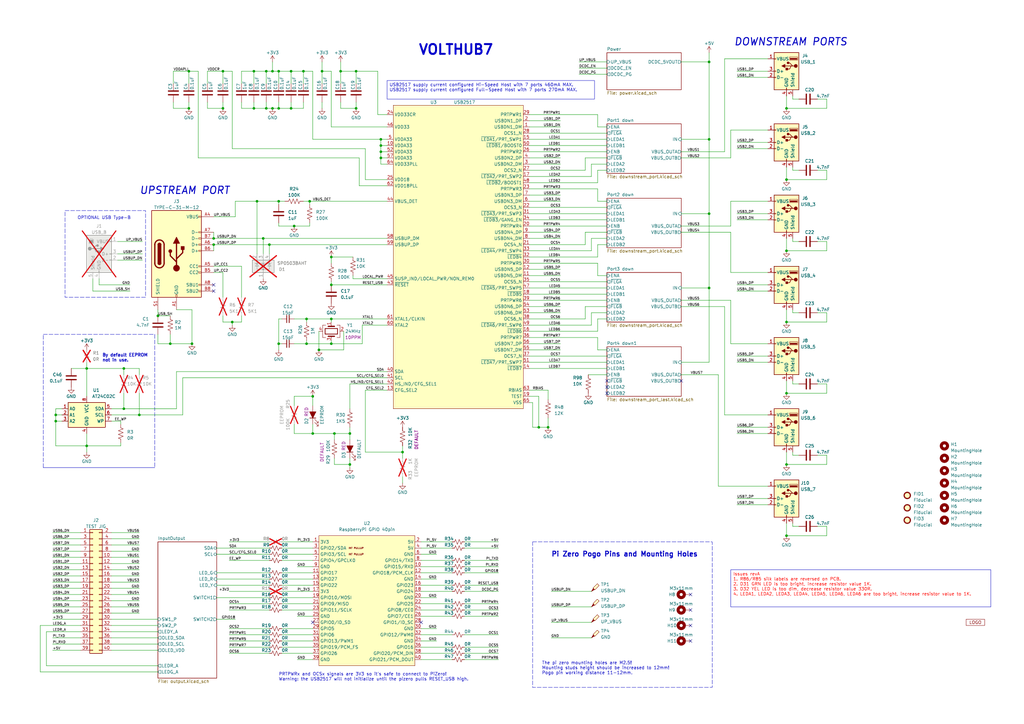
<source format=kicad_sch>
(kicad_sch (version 20230121) (generator eeschema)
  (paper "A3")
  (title_block (title "VoltHub7") (date "2024-01-26") (rev "A") (company "Voltlog") (comment 1 "All resistors are 1% unless otherwise mentioned.") (comment 2 "License GPLv3") (comment 3 "More details on Youtube in Voltlog #475."))
  (junction (at 146.05 29.21))
  (junction (at 135.89 130.81))
  (junction (at 146.05 44.45))
  (junction (at 111.76 44.45))
  (junction (at 104.14 29.21))
  (junction (at 137.16 177.8))
  (junction (at 125.73 130.81))
  (junction (at 105.41 82.55))
  (junction (at 139.7 29.21))
  (junction (at 104.14 44.45))
  (junction (at 128.27 177.8))
  (junction (at 124.46 29.21))
  (junction (at 322.58 219.71))
  (junction (at 87.63 100.33))
  (junction (at 120.65 92.71))
  (junction (at 130.81 143.51))
  (junction (at 132.08 29.21))
  (junction (at 119.38 44.45))
  (junction (at 77.47 29.21))
  (junction (at 220.98 175.26))
  (junction (at 78.74 140.97))
  (junction (at 22.86 170.18))
  (junction (at 114.3 82.55))
  (junction (at 77.47 44.45))
  (junction (at 322.58 44.45))
  (junction (at 165.1 185.42))
  (junction (at 156.21 62.23))
  (junction (at 156.21 57.15))
  (junction (at 290.83 118.11))
  (junction (at 114.3 29.21))
  (junction (at 87.63 97.79))
  (junction (at 64.77 129.54))
  (junction (at 135.89 105.41))
  (junction (at 322.58 161.29))
  (junction (at 114.3 140.97))
  (junction (at 22.86 172.72))
  (junction (at 50.8 167.64))
  (junction (at 111.76 29.21))
  (junction (at 143.51 177.8))
  (junction (at 107.95 97.79))
  (junction (at 35.56 151.13))
  (junction (at 135.89 140.97))
  (junction (at 35.56 182.88))
  (junction (at 69.85 140.97))
  (junction (at 95.25 132.08))
  (junction (at 91.44 29.21))
  (junction (at 91.44 44.45))
  (junction (at 290.83 57.15))
  (junction (at 322.58 102.87))
  (junction (at 125.73 140.97))
  (junction (at 114.3 44.45))
  (junction (at 290.83 87.63))
  (junction (at 110.49 100.33))
  (junction (at 224.79 175.26))
  (junction (at 57.15 170.18))
  (junction (at 127 82.55))
  (junction (at 322.58 73.66))
  (junction (at 119.38 29.21))
  (junction (at 109.22 44.45))
  (junction (at 50.8 151.13))
  (junction (at 109.22 29.21))
  (junction (at 156.21 64.77))
  (junction (at 290.83 25.4))
  (junction (at 322.58 190.5))
  (junction (at 156.21 59.69))
  (junction (at 135.89 116.84))
  (junction (at 143.51 190.5))
  (junction (at 322.58 132.08))
  (junction (at 128.27 162.56))
  (no_connect (at 279.4 156.21))
  (no_connect (at 283.21 250.19))
  (no_connect (at 87.63 116.84))
  (no_connect (at 283.21 262.89))
  (no_connect (at 87.63 119.38))
  (no_connect (at 248.92 156.21))
  (no_connect (at 283.21 243.84))
  (no_connect (at 248.92 158.75))
  (no_connect (at 128.27 255.27))
  (no_connect (at 172.72 255.27))
  (no_connect (at 283.21 256.54))
  (no_connect (at 248.92 161.29))
  (wire (pts (xy 279.4 25.4) (xy 290.83 25.4)))
  (wire (pts (xy 158.75 67.31) (xy 156.21 67.31)))
  (wire (pts (xy 245.11 130.81) (xy 248.92 130.81)))
  (wire (pts (xy 124.46 29.21) (xy 124.46 34.29)))
  (wire (pts (xy 339.09 73.66) (xy 322.58 73.66)))
  (wire (pts (xy 88.9 234.95) (xy 110.49 234.95)))
  (wire (pts (xy 339.09 44.45) (xy 322.58 44.45)))
  (wire (pts (xy 132.08 41.91) (xy 132.08 44.45)))
  (wire (pts (xy 190.5 247.65) (xy 204.47 247.65)))
  (wire (pts (xy 158.75 76.2) (xy 147.32 76.2)))
  (wire (pts (xy 172.72 242.57) (xy 185.42 242.57)))
  (wire (pts (xy 172.72 222.25) (xy 185.42 222.25)))
  (wire (pts (xy 245.11 100.33) (xy 248.92 100.33)))
  (wire (pts (xy 226.06 261.62) (xy 242.57 261.62)))
  (wire (pts (xy 91.44 29.21) (xy 95.25 29.21)))
  (wire (pts (xy 21.59 246.38) (xy 33.02 246.38)))
  (wire (pts (xy 325.12 69.85) (xy 325.12 68.58)))
  (wire (pts (xy 128.27 173.99) (xy 128.27 177.8)))
  (wire (pts (xy 115.57 265.43) (xy 128.27 265.43)))
  (wire (pts (xy 50.8 167.64) (xy 45.72 167.64)))
  (wire (pts (xy 87.63 88.9) (xy 96.52 88.9)))
  (wire (pts (xy 299.72 82.55) (xy 314.96 82.55)))
  (wire (pts (xy 21.59 231.14) (xy 33.02 231.14)))
  (wire (pts (xy 45.72 246.38) (xy 57.15 246.38)))
  (wire (pts (xy 156.21 64.77) (xy 158.75 64.77)))
  (wire (pts (xy 158.75 52.07) (xy 135.89 52.07)))
  (wire (pts (xy 172.72 224.79) (xy 185.42 224.79)))
  (wire (pts (xy 172.72 234.95) (xy 185.42 234.95)))
  (wire (pts (xy 21.59 228.6) (xy 33.02 228.6)))
  (wire (pts (xy 218.44 165.1) (xy 218.44 175.26)))
  (wire (pts (xy 302.26 60.96) (xy 314.96 60.96)))
  (wire (pts (xy 302.26 177.8) (xy 314.96 177.8)))
  (wire (pts (xy 121.92 252.73) (xy 128.27 252.73)))
  (wire (pts (xy 339.09 186.69) (xy 339.09 190.5)))
  (wire (pts (xy 226.06 255.27) (xy 242.57 255.27)))
  (wire (pts (xy 85.09 41.91) (xy 85.09 44.45)))
  (wire (pts (xy 240.03 69.85) (xy 240.03 64.77)))
  (wire (pts (xy 245.11 69.85) (xy 248.92 69.85)))
  (wire (pts (xy 217.17 128.27) (xy 229.87 128.27)))
  (wire (pts (xy 119.38 29.21) (xy 119.38 34.29)))
  (wire (pts (xy 35.56 182.88) (xy 35.56 185.42)))
  (wire (pts (xy 87.63 100.33) (xy 110.49 100.33)))
  (wire (pts (xy 224.79 171.45) (xy 224.79 175.26)))
  (wire (pts (xy 22.86 172.72) (xy 22.86 182.88)))
  (wire (pts (xy 128.27 162.56) (xy 128.27 166.37)))
  (wire (pts (xy 217.17 69.85) (xy 240.03 69.85)))
  (wire (pts (xy 297.18 62.23) (xy 297.18 24.13)))
  (wire (pts (xy 220.98 175.26) (xy 224.79 175.26)))
  (wire (pts (xy 95.25 132.08) (xy 95.25 133.35)))
  (wire (pts (xy 125.73 140.97) (xy 125.73 139.7)))
  (wire (pts (xy 45.72 266.7) (xy 64.77 266.7)))
  (wire (pts (xy 115.57 242.57) (xy 128.27 242.57)))
  (wire (pts (xy 29.21 151.13) (xy 35.56 151.13)))
  (wire (pts (xy 128.27 177.8) (xy 120.65 177.8)))
  (wire (pts (xy 124.46 41.91) (xy 124.46 44.45)))
  (wire (pts (xy 104.14 41.91) (xy 104.14 44.45)))
  (wire (pts (xy 297.18 170.18) (xy 314.96 170.18)))
  (wire (pts (xy 240.03 125.73) (xy 248.92 125.73)))
  (wire (pts (xy 217.17 133.35) (xy 242.57 133.35)))
  (wire (pts (xy 335.28 128.27) (xy 339.09 128.27)))
  (wire (pts (xy 302.26 207.01) (xy 314.96 207.01)))
  (wire (pts (xy 45.72 241.3) (xy 57.15 241.3)))
  (wire (pts (xy 327.66 69.85) (xy 325.12 69.85)))
  (wire (pts (xy 115.57 262.89) (xy 128.27 262.89)))
  (wire (pts (xy 240.03 95.25) (xy 248.92 95.25)))
  (wire (pts (xy 21.59 254) (xy 33.02 254)))
  (wire (pts (xy 77.47 29.21) (xy 77.47 34.29)))
  (wire (pts (xy 237.49 30.48) (xy 248.92 30.48)))
  (wire (pts (xy 143.51 187.96) (xy 143.51 190.5)))
  (wire (pts (xy 124.46 82.55) (xy 127 82.55)))
  (wire (pts (xy 137.16 180.34) (xy 137.16 177.8)))
  (wire (pts (xy 217.17 62.23) (xy 248.92 62.23)))
  (wire (pts (xy 93.98 250.19) (xy 110.49 250.19)))
  (wire (pts (xy 335.28 186.69) (xy 339.09 186.69)))
  (wire (pts (xy 245.11 82.55) (xy 248.92 82.55)))
  (wire (pts (xy 115.57 234.95) (xy 128.27 234.95)))
  (wire (pts (xy 72.39 152.4) (xy 72.39 167.64)))
  (wire (pts (xy 325.12 40.64) (xy 325.12 39.37)))
  (wire (pts (xy 21.59 261.62) (xy 33.02 261.62)))
  (wire (pts (xy 217.17 87.63) (xy 248.92 87.63)))
  (wire (pts (xy 93.98 265.43) (xy 110.49 265.43)))
  (wire (pts (xy 294.64 153.67) (xy 294.64 199.39)))
  (wire (pts (xy 245.11 143.51) (xy 248.92 143.51)))
  (wire (pts (xy 93.98 242.57) (xy 110.49 242.57)))
  (wire (pts (xy 302.26 146.05) (xy 314.96 146.05)))
  (wire (pts (xy 96.52 88.9) (xy 96.52 82.55)))
  (wire (pts (xy 299.72 140.97) (xy 314.96 140.97)))
  (wire (pts (xy 114.3 29.21) (xy 114.3 34.29)))
  (wire (pts (xy 93.98 260.35) (xy 110.49 260.35)))
  (wire (pts (xy 115.57 245.11) (xy 128.27 245.11)))
  (wire (pts (xy 114.3 130.81) (xy 114.3 140.97)))
  (wire (pts (xy 87.63 95.25) (xy 87.63 97.79)))
  (wire (pts (xy 87.63 97.79) (xy 107.95 97.79)))
  (wire (pts (xy 190.5 250.19) (xy 204.47 250.19)))
  (wire (pts (xy 143.51 175.26) (xy 143.51 177.8)))
  (wire (pts (xy 179.07 237.49) (xy 172.72 237.49)))
  (wire (pts (xy 190.5 270.51) (xy 204.47 270.51)))
  (wire (pts (xy 93.98 229.87) (xy 110.49 229.87)))
  (wire (pts (xy 245.11 135.89) (xy 245.11 130.81)))
  (wire (pts (xy 85.09 34.29) (xy 85.09 29.21)))
  (wire (pts (xy 45.72 261.62) (xy 64.77 261.62)))
  (wire (pts (xy 115.57 257.81) (xy 128.27 257.81)))
  (wire (pts (xy 290.83 57.15) (xy 290.83 87.63)))
  (wire (pts (xy 299.72 111.76) (xy 314.96 111.76)))
  (wire (pts (xy 144.78 114.3) (xy 144.78 113.03)))
  (wire (pts (xy 335.28 69.85) (xy 339.09 69.85)))
  (wire (pts (xy 139.7 25.4) (xy 139.7 29.21)))
  (wire (pts (xy 64.77 129.54) (xy 69.85 129.54)))
  (wire (pts (xy 35.56 148.59) (xy 35.56 151.13)))
  (wire (pts (xy 21.59 218.44) (xy 33.02 218.44)))
  (wire (pts (xy 143.51 177.8) (xy 143.51 180.34)))
  (wire (pts (xy 71.12 41.91) (xy 71.12 44.45)))
  (wire (pts (xy 245.11 107.95) (xy 245.11 113.03)))
  (wire (pts (xy 217.17 64.77) (xy 229.87 64.77)))
  (wire (pts (xy 179.07 245.11) (xy 172.72 245.11)))
  (wire (pts (xy 172.72 252.73) (xy 185.42 252.73)))
  (wire (pts (xy 49.53 182.88) (xy 49.53 181.61)))
  (wire (pts (xy 111.76 29.21) (xy 109.22 29.21)))
  (wire (pts (xy 45.72 228.6) (xy 57.15 228.6)))
  (wire (pts (xy 135.89 116.84) (xy 135.89 115.57)))
  (wire (pts (xy 148.59 133.35) (xy 148.59 140.97)))
  (wire (pts (xy 99.06 41.91) (xy 99.06 44.45)))
  (wire (pts (xy 135.89 105.41) (xy 135.89 107.95)))
  (wire (pts (xy 119.38 41.91) (xy 119.38 44.45)))
  (wire (pts (xy 114.3 82.55) (xy 114.3 83.82)))
  (wire (pts (xy 135.89 105.41) (xy 144.78 105.41)))
  (wire (pts (xy 95.25 132.08) (xy 99.06 132.08)))
  (wire (pts (xy 149.86 60.96) (xy 95.25 60.96)))
  (wire (pts (xy 77.47 41.91) (xy 77.47 44.45)))
  (wire (pts (xy 220.98 162.56) (xy 220.98 175.26)))
  (wire (pts (xy 69.85 140.97) (xy 78.74 140.97)))
  (wire (pts (xy 115.57 224.79) (xy 128.27 224.79)))
  (wire (pts (xy 217.17 72.39) (xy 242.57 72.39)))
  (wire (pts (xy 327.66 215.9) (xy 325.12 215.9)))
  (wire (pts (xy 290.83 118.11) (xy 290.83 148.59)))
  (wire (pts (xy 302.26 175.26) (xy 314.96 175.26)))
  (wire (pts (xy 339.09 215.9) (xy 339.09 219.71)))
  (wire (pts (xy 114.3 140.97) (xy 115.57 140.97)))
  (wire (pts (xy 217.17 143.51) (xy 229.87 143.51)))
  (wire (pts (xy 302.26 29.21) (xy 314.96 29.21)))
  (wire (pts (xy 38.1 119.38) (xy 53.34 119.38)))
  (wire (pts (xy 93.98 247.65) (xy 110.49 247.65)))
  (wire (pts (xy 190.5 222.25) (xy 204.47 222.25)))
  (wire (pts (xy 124.46 44.45) (xy 119.38 44.45)))
  (wire (pts (xy 85.09 44.45) (xy 91.44 44.45)))
  (wire (pts (xy 35.56 182.88) (xy 49.53 182.88)))
  (wire (pts (xy 71.12 34.29) (xy 71.12 29.21)))
  (wire (pts (xy 91.44 29.21) (xy 91.44 34.29)))
  (wire (pts (xy 224.79 160.02) (xy 224.79 163.83)))
  (wire (pts (xy 137.16 177.8) (xy 143.51 177.8)))
  (wire (pts (xy 64.77 140.97) (xy 69.85 140.97)))
  (wire (pts (xy 190.5 252.73) (xy 204.47 252.73)))
  (wire (pts (xy 217.17 118.11) (xy 248.92 118.11)))
  (wire (pts (xy 115.57 222.25) (xy 128.27 222.25)))
  (wire (pts (xy 172.72 229.87) (xy 185.42 229.87)))
  (wire (pts (xy 294.64 199.39) (xy 314.96 199.39)))
  (wire (pts (xy 22.86 172.72) (xy 25.4 172.72)))
  (wire (pts (xy 217.17 46.99) (xy 245.11 46.99)))
  (wire (pts (xy 335.28 157.48) (xy 339.09 157.48)))
  (wire (pts (xy 322.58 102.87) (xy 322.58 97.79)))
  (wire (pts (xy 339.09 190.5) (xy 322.58 190.5)))
  (wire (pts (xy 104.14 29.21) (xy 104.14 34.29)))
  (wire (pts (xy 325.12 186.69) (xy 325.12 185.42)))
  (wire (pts (xy 217.17 95.25) (xy 229.87 95.25)))
  (wire (pts (xy 217.17 80.01) (xy 229.87 80.01)))
  (wire (pts (xy 120.65 92.71) (xy 114.3 92.71)))
  (wire (pts (xy 217.17 67.31) (xy 229.87 67.31)))
  (wire (pts (xy 302.26 204.47) (xy 314.96 204.47)))
  (wire (pts (xy 45.72 248.92) (xy 57.15 248.92)))
  (wire (pts (xy 327.66 157.48) (xy 325.12 157.48)))
  (wire (pts (xy 325.12 99.06) (xy 325.12 97.79)))
  (wire (pts (xy 240.03 130.81) (xy 240.03 125.73)))
  (wire (pts (xy 217.17 113.03) (xy 229.87 113.03)))
  (wire (pts (xy 237.49 25.4) (xy 248.92 25.4)))
  (wire (pts (xy 156.21 59.69) (xy 158.75 59.69)))
  (wire (pts (xy 45.72 218.44) (xy 57.15 218.44)))
  (wire (pts (xy 245.11 113.03) (xy 248.92 113.03)))
  (wire (pts (xy 72.39 167.64) (xy 50.8 167.64)))
  (wire (pts (xy 124.46 29.21) (xy 119.38 29.21)))
  (wire (pts (xy 279.4 87.63) (xy 290.83 87.63)))
  (wire (pts (xy 87.63 109.22) (xy 99.06 109.22)))
  (wire (pts (xy 21.59 220.98) (xy 33.02 220.98)))
  (wire (pts (xy 240.03 100.33) (xy 240.03 95.25)))
  (wire (pts (xy 190.5 240.03) (xy 204.47 240.03)))
  (wire (pts (xy 116.84 82.55) (xy 114.3 82.55)))
  (wire (pts (xy 156.21 64.77) (xy 156.21 62.23)))
  (wire (pts (xy 135.89 52.07) (xy 135.89 29.21)))
  (wire (pts (xy 22.86 170.18) (xy 25.4 170.18)))
  (wire (pts (xy 165.1 195.58) (xy 165.1 198.12)))
  (wire (pts (xy 302.26 116.84) (xy 314.96 116.84)))
  (wire (pts (xy 21.59 266.7) (xy 33.02 266.7)))
  (polyline (pts (xy 63.5 137.16) (xy 63.5 191.77)) (stroke (width 0) (type dash)))
  (polyline (pts (xy 63.5 191.77) (xy 17.78 191.77)))
  (wire (pts (xy 135.89 116.84) (xy 158.75 116.84)))
  (wire (pts (xy 279.4 123.19) (xy 299.72 123.19)))
  (wire (pts (xy 217.17 49.53) (xy 229.87 49.53)))
  (wire (pts (xy 127 82.55) (xy 158.75 82.55)))
  (wire (pts (xy 217.17 140.97) (xy 229.87 140.97)))
  (wire (pts (xy 279.4 62.23) (xy 297.18 62.23)))
  (wire (pts (xy 71.12 29.21) (xy 77.47 29.21)))
  (wire (pts (xy 45.72 172.72) (xy 49.53 172.72)))
  (polyline (pts (xy 17.78 191.77) (xy 17.78 137.16)) (stroke (width 0) (type dash)))
  (wire (pts (xy 130.81 135.89) (xy 130.81 143.51)))
  (wire (pts (xy 69.85 137.16) (xy 69.85 140.97)))
  (wire (pts (xy 115.57 247.65) (xy 128.27 247.65)))
  (wire (pts (xy 226.06 248.92) (xy 242.57 248.92)))
  (wire (pts (xy 135.89 130.81) (xy 135.89 132.08)))
  (wire (pts (xy 245.11 105.41) (xy 245.11 100.33)))
  (wire (pts (xy 140.97 135.89) (xy 140.97 143.51)))
  (wire (pts (xy 85.09 29.21) (xy 91.44 29.21)))
  (wire (pts (xy 218.44 175.26) (xy 220.98 175.26)))
  (wire (pts (xy 93.98 257.81) (xy 110.49 257.81)))
  (wire (pts (xy 45.72 231.14) (xy 57.15 231.14)))
  (wire (pts (xy 172.72 232.41) (xy 185.42 232.41)))
  (wire (pts (xy 109.22 41.91) (xy 109.22 44.45)))
  (wire (pts (xy 45.72 254) (xy 64.77 254)))
  (wire (pts (xy 339.09 219.71) (xy 322.58 219.71)))
  (wire (pts (xy 120.65 166.37) (xy 120.65 162.56)))
  (wire (pts (xy 137.16 190.5) (xy 143.51 190.5)))
  (wire (pts (xy 88.9 240.03) (xy 110.49 240.03)))
  (wire (pts (xy 91.44 132.08) (xy 95.25 132.08)))
  (wire (pts (xy 19.05 259.08) (xy 33.02 259.08)))
  (wire (pts (xy 93.98 262.89) (xy 110.49 262.89)))
  (wire (pts (xy 279.4 95.25) (xy 299.72 95.25)))
  (wire (pts (xy 48.26 99.06) (xy 58.42 99.06)))
  (wire (pts (xy 88.9 237.49) (xy 110.49 237.49)))
  (wire (pts (xy 242.57 102.87) (xy 242.57 97.79)))
  (wire (pts (xy 279.4 153.67) (xy 294.64 153.67)))
  (wire (pts (xy 327.66 40.64) (xy 325.12 40.64)))
  (wire (pts (xy 339.09 40.64) (xy 339.09 44.45)))
  (wire (pts (xy 279.4 57.15) (xy 290.83 57.15)))
  (wire (pts (xy 322.58 44.45) (xy 322.58 39.37)))
  (wire (pts (xy 146.05 29.21) (xy 139.7 29.21)))
  (wire (pts (xy 245.11 74.93) (xy 245.11 69.85)))
  (wire (pts (xy 21.59 241.3) (xy 33.02 241.3)))
  (wire (pts (xy 241.3 153.67) (xy 248.92 153.67)))
  (wire (pts (xy 111.76 25.4) (xy 111.76 29.21)))
  (wire (pts (xy 158.75 133.35) (xy 148.59 133.35)))
  (wire (pts (xy 87.63 100.33) (xy 87.63 102.87)))
  (wire (pts (xy 242.57 128.27) (xy 248.92 128.27)))
  (wire (pts (xy 57.15 170.18) (xy 45.72 170.18)))
  (wire (pts (xy 45.72 238.76) (xy 57.15 238.76)))
  (wire (pts (xy 322.58 132.08) (xy 322.58 127)))
  (wire (pts (xy 127 92.71) (xy 120.65 92.71)))
  (wire (pts (xy 105.41 82.55) (xy 114.3 82.55)))
  (wire (pts (xy 127 91.44) (xy 127 92.71)))
  (wire (pts (xy 335.28 215.9) (xy 339.09 215.9)))
  (wire (pts (xy 81.28 64.77) (xy 81.28 29.21)))
  (wire (pts (xy 95.25 60.96) (xy 95.25 29.21)))
  (wire (pts (xy 149.86 160.02) (xy 149.86 185.42)))
  (wire (pts (xy 143.51 190.5) (xy 143.51 191.77)))
  (wire (pts (xy 179.07 227.33) (xy 172.72 227.33)))
  (wire (pts (xy 339.09 99.06) (xy 339.09 102.87)))
  (wire (pts (xy 217.17 97.79) (xy 229.87 97.79)))
  (wire (pts (xy 115.57 267.97) (xy 128.27 267.97)))
  (wire (pts (xy 115.57 227.33) (xy 128.27 227.33)))
  (wire (pts (xy 147.32 64.77) (xy 81.28 64.77)))
  (wire (pts (xy 110.49 100.33) (xy 158.75 100.33)))
  (wire (pts (xy 339.09 157.48) (xy 339.09 161.29)))
  (wire (pts (xy 71.12 44.45) (xy 77.47 44.45)))
  (wire (pts (xy 217.17 100.33) (xy 240.03 100.33)))
  (wire (pts (xy 114.3 92.71) (xy 114.3 91.44)))
  (wire (pts (xy 130.81 143.51) (xy 140.97 143.51)))
  (wire (pts (xy 217.17 151.13) (xy 248.92 151.13)))
  (wire (pts (xy 217.17 52.07) (xy 229.87 52.07)))
  (wire (pts (xy 88.9 227.33) (xy 110.49 227.33)))
  (wire (pts (xy 144.78 114.3) (xy 158.75 114.3)))
  (wire (pts (xy 217.17 107.95) (xy 245.11 107.95)))
  (wire (pts (xy 45.72 256.54) (xy 64.77 256.54)))
  (wire (pts (xy 154.94 46.99) (xy 158.75 46.99)))
  (wire (pts (xy 38.1 114.3) (xy 38.1 119.38)))
  (wire (pts (xy 93.98 267.97) (xy 110.49 267.97)))
  (wire (pts (xy 325.12 157.48) (xy 325.12 156.21)))
  (wire (pts (xy 22.86 167.64) (xy 22.86 170.18)))
  (wire (pts (xy 158.75 154.94) (xy 74.93 154.94)))
  (wire (pts (xy 88.9 245.11) (xy 110.49 245.11)))
  (wire (pts (xy 299.72 53.34) (xy 314.96 53.34)))
  (wire (pts (xy 148.59 140.97) (xy 135.89 140.97)))
  (wire (pts (xy 335.28 40.64) (xy 339.09 40.64)))
  (wire (pts (xy 139.7 44.45) (xy 146.05 44.45)))
  (wire (pts (xy 156.21 67.31) (xy 156.21 64.77)))
  (wire (pts (xy 109.22 29.21) (xy 109.22 34.29)))
  (wire (pts (xy 115.57 250.19) (xy 128.27 250.19)))
  (wire (pts (xy 121.92 270.51) (xy 128.27 270.51)))
  (wire (pts (xy 172.72 270.51) (xy 185.42 270.51)))
  (wire (pts (xy 279.4 125.73) (xy 297.18 125.73)))
  (wire (pts (xy 74.93 170.18) (xy 57.15 170.18)))
  (wire (pts (xy 158.75 152.4) (xy 72.39 152.4)))
  (wire (pts (xy 217.17 90.17) (xy 248.92 90.17)))
  (wire (pts (xy 217.17 123.19) (xy 248.92 123.19)))
  (wire (pts (xy 217.17 115.57) (xy 248.92 115.57)))
  (wire (pts (xy 322.58 219.71) (xy 322.58 214.63)))
  (wire (pts (xy 217.17 130.81) (xy 240.03 130.81)))
  (wire (pts (xy 190.5 224.79) (xy 204.47 224.79)))
  (wire (pts (xy 21.59 251.46) (xy 33.02 251.46)))
  (wire (pts (xy 64.77 137.16) (xy 64.77 140.97)))
  (wire (pts (xy 139.7 41.91) (xy 139.7 44.45)))
  (wire (pts (xy 149.86 73.66) (xy 149.86 60.96)))
  (wire (pts (xy 217.17 135.89) (xy 245.11 135.89)))
  (wire (pts (xy 335.28 99.06) (xy 339.09 99.06)))
  (wire (pts (xy 45.72 236.22) (xy 57.15 236.22)))
  (wire (pts (xy 22.86 182.88) (xy 35.56 182.88)))
  (wire (pts (xy 217.17 59.69) (xy 248.92 59.69)))
  (wire (pts (xy 135.89 130.81) (xy 125.73 130.81)))
  (wire (pts (xy 93.98 222.25) (xy 110.49 222.25)))
  (wire (pts (xy 158.75 130.81) (xy 135.89 130.81)))
  (wire (pts (xy 135.89 140.97) (xy 135.89 139.7)))
  (wire (pts (xy 45.72 226.06) (xy 57.15 226.06)))
  (wire (pts (xy 45.72 259.08) (xy 64.77 259.08)))
  (wire (pts (xy 217.17 74.93) (xy 245.11 74.93)))
  (wire (pts (xy 21.59 243.84) (xy 33.02 243.84)))
  (wire (pts (xy 91.44 41.91) (xy 91.44 44.45)))
  (wire (pts (xy 115.57 260.35) (xy 128.27 260.35)))
  (wire (pts (xy 339.09 128.27) (xy 339.09 132.08)))
  (wire (pts (xy 135.89 29.21) (xy 132.08 29.21)))
  (wire (pts (xy 119.38 29.21) (xy 114.3 29.21)))
  (wire (pts (xy 135.89 140.97) (xy 125.73 140.97)))
  (wire (pts (xy 104.14 44.45) (xy 109.22 44.45)))
  (wire (pts (xy 190.5 242.57) (xy 204.47 242.57)))
  (wire (pts (xy 339.09 102.87) (xy 322.58 102.87)))
  (wire (pts (xy 172.72 247.65) (xy 185.42 247.65)))
  (wire (pts (xy 217.17 54.61) (xy 248.92 54.61)))
  (wire (pts (xy 217.17 102.87) (xy 242.57 102.87)))
  (wire (pts (xy 128.27 29.21) (xy 124.46 29.21)))
  (wire (pts (xy 190.5 232.41) (xy 204.47 232.41)))
  (wire (pts (xy 120.65 140.97) (xy 125.73 140.97)))
  (wire (pts (xy 74.93 154.94) (xy 74.93 170.18)))
  (wire (pts (xy 172.72 250.19) (xy 185.42 250.19)))
  (wire (pts (xy 165.1 185.42) (xy 165.1 187.96)))
  (wire (pts (xy 179.07 262.89) (xy 172.72 262.89)))
  (wire (pts (xy 107.95 97.79) (xy 158.75 97.79)))
  (polyline (pts (xy 17.78 137.16) (xy 63.5 137.16)) (stroke (width 0) (type dash)))
  (wire (pts (xy 50.8 151.13) (xy 35.56 151.13)))
  (wire (pts (xy 245.11 138.43) (xy 245.11 143.51)))
  (wire (pts (xy 327.66 99.06) (xy 325.12 99.06)))
  (wire (pts (xy 156.21 59.69) (xy 156.21 57.15)))
  (wire (pts (xy 78.74 127) (xy 72.39 127)))
  (wire (pts (xy 99.06 109.22) (xy 99.06 121.92)))
  (wire (pts (xy 217.17 160.02) (xy 224.79 160.02)))
  (wire (pts (xy 64.77 275.59) (xy 16.51 275.59)))
  (wire (pts (xy 302.26 119.38) (xy 314.96 119.38)))
  (wire (pts (xy 16.51 275.59) (xy 16.51 256.54)))
  (wire (pts (xy 40.64 114.3) (xy 40.64 116.84)))
  (wire (pts (xy 16.51 256.54) (xy 33.02 256.54)))
  (wire (pts (xy 21.59 223.52) (xy 33.02 223.52)))
  (wire (pts (xy 114.3 44.45) (xy 111.76 44.45)))
  (wire (pts (xy 190.5 260.35) (xy 204.47 260.35)))
  (wire (pts (xy 128.27 177.8) (xy 137.16 177.8)))
  (wire (pts (xy 21.59 264.16) (xy 33.02 264.16)))
  (wire (pts (xy 114.3 140.97) (xy 114.3 143.51)))
  (wire (pts (xy 245.11 52.07) (xy 248.92 52.07)))
  (wire (pts (xy 290.83 25.4) (xy 290.83 57.15)))
  (wire (pts (xy 64.77 273.05) (xy 19.05 273.05)))
  (wire (pts (xy 120.65 177.8) (xy 120.65 173.99)))
  (wire (pts (xy 302.26 31.75) (xy 314.96 31.75)))
  (wire (pts (xy 217.17 110.49) (xy 229.87 110.49)))
  (wire (pts (xy 245.11 77.47) (xy 245.11 82.55)))
  (wire (pts (xy 297.18 24.13) (xy 314.96 24.13)))
  (wire (pts (xy 190.5 265.43) (xy 204.47 265.43)))
  (wire (pts (xy 327.66 186.69) (xy 325.12 186.69)))
  (wire (pts (xy 21.59 238.76) (xy 33.02 238.76)))
  (wire (pts (xy 88.9 224.79) (xy 110.49 224.79)))
  (wire (pts (xy 302.26 148.59) (xy 314.96 148.59)))
  (wire (pts (xy 57.15 153.67) (xy 57.15 151.13)))
  (wire (pts (xy 120.65 130.81) (xy 125.73 130.81)))
  (wire (pts (xy 107.95 97.79) (xy 107.95 104.14)))
  (wire (pts (xy 21.59 248.92) (xy 33.02 248.92)))
  (wire (pts (xy 109.22 29.21) (xy 104.14 29.21)))
  (wire (pts (xy 154.94 46.99) (xy 154.94 29.21)))
  (wire (pts (xy 327.66 128.27) (xy 325.12 128.27)))
  (wire (pts (xy 88.9 254) (xy 96.52 254)))
  (wire (pts (xy 149.86 160.02) (xy 158.75 160.02)))
  (wire (pts (xy 217.17 85.09) (xy 248.92 85.09)))
  (wire (pts (xy 299.72 95.25) (xy 299.72 111.76)))
  (wire (pts (xy 322.58 190.5) (xy 322.58 185.42)))
  (wire (pts (xy 104.14 29.21) (xy 99.06 29.21)))
  (wire (pts (xy 245.11 46.99) (xy 245.11 52.07)))
  (wire (pts (xy 299.72 64.77) (xy 299.72 53.34)))
  (wire (pts (xy 322.58 73.66) (xy 322.58 68.58)))
  (wire (pts (xy 137.16 187.96) (xy 137.16 190.5)))
  (wire (pts (xy 242.57 67.31) (xy 248.92 67.31)))
  (wire (pts (xy 290.83 21.59) (xy 290.83 25.4)))
  (wire (pts (xy 25.4 167.64) (xy 22.86 167.64)))
  (wire (pts (xy 109.22 44.45) (xy 111.76 44.45)))
  (wire (pts (xy 45.72 243.84) (xy 57.15 243.84)))
  (wire (pts (xy 172.72 267.97) (xy 185.42 267.97)))
  (wire (pts (xy 242.57 133.35) (xy 242.57 128.27)))
  (wire (pts (xy 64.77 127) (xy 64.77 129.54)))
  (wire (pts (xy 279.4 92.71) (xy 299.72 92.71)))
  (wire (pts (xy 217.17 120.65) (xy 248.92 120.65)))
  (wire (pts (xy 21.59 236.22) (xy 33.02 236.22)))
  (wire (pts (xy 279.4 118.11) (xy 290.83 118.11)))
  (wire (pts (xy 45.72 233.68) (xy 57.15 233.68)))
  (wire (pts (xy 242.57 72.39) (xy 242.57 67.31)))
  (wire (pts (xy 128.27 57.15) (xy 128.27 29.21)))
  (wire (pts (xy 299.72 92.71) (xy 299.72 82.55)))
  (wire (pts (xy 127 82.55) (xy 127 83.82)))
  (wire (pts (xy 132.08 29.21) (xy 132.08 34.29)))
  (wire (pts (xy 49.53 172.72) (xy 49.53 173.99)))
  (wire (pts (xy 156.21 57.15) (xy 128.27 57.15)))
  (wire (pts (xy 322.58 161.29) (xy 322.58 156.21)))
  (wire (pts (xy 146.05 29.21) (xy 146.05 34.29)))
  (wire (pts (xy 146.05 41.91) (xy 146.05 44.45)))
  (wire (pts (xy 158.75 157.48) (xy 143.51 157.48)))
  (wire (pts (xy 217.17 148.59) (xy 248.92 148.59)))
  (wire (pts (xy 45.72 264.16) (xy 64.77 264.16)))
  (wire (pts (xy 115.57 229.87) (xy 128.27 229.87)))
  (wire (pts (xy 217.17 162.56) (xy 220.98 162.56)))
  (wire (pts (xy 217.17 57.15) (xy 248.92 57.15)))
  (wire (pts (xy 114.3 29.21) (xy 111.76 29.21)))
  (wire (pts (xy 48.26 106.68) (xy 58.42 106.68)))
  (wire (pts (xy 217.17 146.05) (xy 248.92 146.05)))
  (wire (pts (xy 91.44 121.92) (xy 91.44 111.76)))
  (wire (pts (xy 35.56 177.8) (xy 35.56 182.88)))
  (wire (pts (xy 125.73 130.81) (xy 125.73 132.08)))
  (wire (pts (xy 290.83 87.63) (xy 290.83 118.11)))
  (wire (pts (xy 21.59 226.06) (xy 33.02 226.06)))
  (wire (pts (xy 339.09 161.29) (xy 322.58 161.29)))
  (wire (pts (xy 22.86 170.18) (xy 22.86 172.72)))
  (wire (pts (xy 297.18 125.73) (xy 297.18 170.18)))
  (wire (pts (xy 190.5 267.97) (xy 204.47 267.97)))
  (wire (pts (xy 165.1 185.42) (xy 165.1 182.88)))
  (wire (pts (xy 99.06 29.21) (xy 99.06 34.29)))
  (wire (pts (xy 143.51 157.48) (xy 143.51 167.64)))
  (wire (pts (xy 156.21 62.23) (xy 158.75 62.23)))
  (wire (pts (xy 50.8 161.29) (xy 50.8 167.64)))
  (wire (pts (xy 217.17 125.73) (xy 229.87 125.73)))
  (wire (pts (xy 132.08 25.4) (xy 132.08 29.21)))
  (wire (pts (xy 139.7 29.21) (xy 139.7 34.29)))
  (wire (pts (xy 190.5 234.95) (xy 204.47 234.95)))
  (wire (pts (xy 57.15 161.29) (xy 57.15 170.18)))
  (wire (pts (xy 217.17 165.1) (xy 218.44 165.1)))
  (wire (pts (xy 237.49 27.94) (xy 248.92 27.94)))
  (wire (pts (xy 279.4 64.77) (xy 299.72 64.77)))
  (wire (pts (xy 172.72 265.43) (xy 185.42 265.43)))
  (wire (pts (xy 114.3 41.91) (xy 114.3 44.45)))
  (wire (pts (xy 115.57 237.49) (xy 128.27 237.49)))
  (wire (pts (xy 217.17 105.41) (xy 245.11 105.41)))
  (wire (pts (xy 217.17 82.55) (xy 229.87 82.55)))
  (wire (pts (xy 217.17 92.71) (xy 248.92 92.71)))
  (wire (pts (xy 91.44 111.76) (xy 87.63 111.76)))
  (wire (pts (xy 149.86 185.42) (xy 165.1 185.42)))
  (wire (pts (xy 190.5 229.87) (xy 204.47 229.87)))
  (wire (pts (xy 110.49 100.33) (xy 110.49 104.14)))
  (wire (pts (xy 172.72 240.03) (xy 185.42 240.03)))
  (wire (pts (xy 91.44 129.54) (xy 91.44 132.08)))
  (wire (pts (xy 302.26 90.17) (xy 314.96 90.17)))
  (wire (pts (xy 339.09 69.85) (xy 339.09 73.66)))
  (wire (pts (xy 217.17 77.47) (xy 245.11 77.47)))
  (wire (pts (xy 217.17 138.43) (xy 245.11 138.43)))
  (wire (pts (xy 325.12 215.9) (xy 325.12 214.63)))
  (wire (pts (xy 154.94 29.21) (xy 146.05 29.21)))
  (wire (pts (xy 339.09 132.08) (xy 322.58 132.08)))
  (wire (pts (xy 299.72 123.19) (xy 299.72 140.97)))
  (wire (pts (xy 120.65 162.56) (xy 128.27 162.56)))
  (wire (pts (xy 78.74 140.97) (xy 78.74 127)))
  (wire (pts (xy 48.26 104.14) (xy 58.42 104.14)))
  (wire (pts (xy 45.72 251.46) (xy 57.15 251.46)))
  (wire (pts (xy 156.21 57.15) (xy 158.75 57.15)))
  (wire (pts (xy 115.57 240.03) (xy 128.27 240.03)))
  (wire (pts (xy 226.06 242.57) (xy 242.57 242.57)))
  (wire (pts (xy 57.15 151.13) (xy 50.8 151.13)))
  (wire (pts (xy 302.26 87.63) (xy 314.96 87.63)))
  (wire (pts (xy 147.32 76.2) (xy 147.32 64.77)))
  (wire (pts (xy 45.72 220.98) (xy 57.15 220.98)))
  (wire (pts (xy 21.59 233.68) (xy 33.02 233.68)))
  (wire (pts (xy 19.05 273.05) (xy 19.05 259.08)))
  (wire (pts (xy 35.56 151.13) (xy 35.56 162.56)))
  (wire (pts (xy 115.57 130.81) (xy 114.3 130.81)))
  (wire (pts (xy 240.03 64.77) (xy 248.92 64.77)))
  (wire (pts (xy 45.72 223.52) (xy 57.15 223.52)))
  (wire (pts (xy 77.47 29.21) (xy 81.28 29.21)))
  (wire (pts (xy 105.41 82.55) (xy 105.41 104.14)))
  (wire (pts (xy 99.06 132.08) (xy 99.06 129.54)))
  (wire (pts (xy 121.92 232.41) (xy 128.27 232.41)))
  (wire (pts (xy 302.26 58.42) (xy 314.96 58.42)))
  (wire (pts (xy 156.21 62.23) (xy 156.21 59.69)))
  (wire (pts (xy 242.57 97.79) (xy 248.92 97.79)))
  (wire (pts (xy 179.07 257.81) (xy 172.72 257.81)))
  (wire (pts (xy 325.12 128.27) (xy 325.12 127)))
  (wire (pts (xy 279.4 148.59) (xy 290.83 148.59)))
  (wire (pts (xy 96.52 82.55) (xy 105.41 82.55)))
  (wire (pts (xy 158.75 73.66) (xy 149.86 73.66)))
  (wire (pts (xy 119.38 44.45) (xy 114.3 44.45)))
  (wire (pts (xy 99.06 44.45) (xy 104.14 44.45)))
  (wire (pts (xy 50.8 151.13) (xy 50.8 153.67)))
  (wire (pts (xy 172.72 260.35) (xy 185.42 260.35)))
  (wire (pts (xy 40.64 116.84) (xy 53.34 116.84)))
  (rectangle (start 218.44 222.25) (end 292.1 281.94) (stroke (width 0) (type dash)))
  (rectangle (start 26.67 86.36) (end 59.69 121.92) (stroke (width 0) (type dash)))
  (text_box "USB2517 supply current configured Hi-Speed Host with 7 ports 460mA MAX.\nUSB2517 supply current configured Full-Speed Host with 7 ports 270mA MAX." (at 158.75 33.02 0) (size 85.09 7.62) (effects (font (size 1.27 1.27)) (justify left top)))
  (text_box "Issues revA\n1. R86/R85 silk labels are reversed on PCB.\n2. D31 GRN LED is too bright, increase resistor value 1K.\n3. D32 YEL LED is too dim, decrease resistor value 330R.\n4. LEDA1, LEDA2, LEDA3, LEDA4, LEDA5, LEDA6, LEDA6 are too bright, increase resistor value to 1K." (at 299.72 233.68 0) (size 106.68 15.24) (effects (font (size 1.27 1.27)) (justify left top)))
  (text "The pi zero mounting holes are M2.5!\nMounting studs height should be increased to 12mm!\nPogo pin working distance 11-12mm." (at 222.25 276.86 0) (effects (font (size 1.27 1.27)) (justify left bottom)))
  (text "PRTPWRx and OCSx signals are 3V3 so it's safe to connect to PiZero!\nWarning: the USB2517 will not initialize until the pizero pulls RESET_USB high." (at 114.3 279.4 0) (effects (font (size 1.27 1.27)) (justify left bottom)))
  (text "OPTIONAL USB Type-B" (at 31.75 90.17 0) (effects (font (size 1.27 1.27)) (justify left bottom)))
  (text "UPSTREAM PORT" (at 57.15 80.01 0) (effects (font (size 3 3) (thickness 0.4) bold italic) (justify left bottom)))
  (text "VOLTHUB7" (at 171.45 22.86 0) (effects (font (size 4 4) bold) (justify left bottom)))
  (text "By default EEPROM\nnot in use." (at 41.91 148.59 0) (effects (font (size 1.27 1.27) (thickness 0.254) bold) (justify left bottom)))
  (text "Pi Zero Pogo Pins and Mounting Holes" (at 226.06 228.6 0) (effects (font (size 2 2) (thickness 0.4) bold) (justify left bottom)))
  (text "DOWNSTREAM PORTS" (at 300.99 19.05 0) (effects (font (size 3 3) (thickness 0.4) bold italic) (justify left bottom)))
  (label "USB4_DP" (at 21.59 246.38 0) (effects (font (size 1 1))))
  (label "LEDB5" (at 229.87 120.65 180) (effects (font (size 1 1))))
  (label "USB1_DN" (at 302.26 31.75 0) (effects (font (size 1 1))))
  (label "LEDB2" (at 229.87 74.93 180) (effects (font (size 1 1))))
  (label "USBUP_DN" (at 58.42 106.68 180) (effects (font (size 1 1))))
  (label "LEDB6" (at 229.87 135.89 180) (effects (font (size 1 1))))
  (label "GND" (at 57.15 246.38 180) (effects (font (size 1 1))))
  (label "PRTPWR2" (at 229.87 62.23 180) (effects (font (size 1 1))))
  (label "PRTPWR6" (at 204.47 270.51 180) (effects (font (size 1 1))))
  (label "OCS6" (at 229.87 130.81 180) (effects (font (size 1 1))))
  (label "EE_WP" (at 46.99 172.72 0) (effects (font (size 1 1))))
  (label "UP_CC1" (at 87.63 109.22 0) (effects (font (size 1 1))))
  (label "OCS2" (at 229.87 69.85 180) (effects (font (size 1 1))))
  (label "PI_5V" (at 179.07 224.79 180) (effects (font (size 1 1))))
  (label "PRTPWR1" (at 229.87 46.99 180) (effects (font (size 1 1))))
  (label "USBUP_DP" (at 226.06 248.92 0) (effects (font (size 1 1))))
  (label "USB7_DN" (at 229.87 143.51 180) (effects (font (size 1 1))))
  (label "USB_SH" (at 64.77 129.54 0) (effects (font (size 1 1))))
  (label "USB6_DN" (at 21.59 218.44 0) (effects (font (size 1 1))))
  (label "+3V3" (at 93.98 242.57 180) (effects (font (size 1 1))))
  (label "VDDCR" (at 85.09 29.21 0) (effects (font (size 1 1))))
  (label "LOCAL_PWR" (at 148.59 114.3 0) (effects (font (size 1 1))))
  (label "USB2_DN" (at 229.87 67.31 180) (effects (font (size 1 1))))
  (label "PI_RXD" (at 21.59 264.16 0) (effects (font (size 1 1))))
  (label "OCS7" (at 204.47 267.97 180) (effects (font (size 1 1))))
  (label "USB5_DP" (at 302.26 146.05 0) (effects (font (size 1 1))))
  (label "LEDB4" (at 229.87 105.41 180) (effects (font (size 1 1))))
  (label "DCDC_PG" (at 204.47 242.57 180) (effects (font (size 1 1))))
  (label "USB7_DN" (at 21.59 223.52 0) (effects (font (size 1 1))))
  (label "VBUS2" (at 281.94 64.77 0) (effects (font (size 1 1))))
  (label "USB5_DP" (at 229.87 110.49 180) (effects (font (size 1 1))))
  (label "USB2_DN" (at 302.26 60.96 0) (effects (font (size 1 1))))
  (label "USB4_DN" (at 229.87 97.79 180) (effects (font (size 1 1))))
  (label "VBUS6" (at 57.15 218.44 180) (effects (font (size 1 1))))
  (label "GPIO18" (at 96.52 254 180) (effects (font (size 1 1))))
  (label "VBUS1" (at 57.15 228.6 180) (effects (font (size 1 1))))
  (label "USB3_DN" (at 21.59 238.76 0) (effects (font (size 1 1))))
  (label "GND" (at 57.15 226.06 180) (effects (font (size 1 1))))
  (label "USB2_DP" (at 302.26 58.42 0) (effects (font (size 1 1))))
  (label "GND" (at 57.15 241.3 180) (effects (font (size 1 1))))
  (label "OCS1" (at 204.47 260.35 180) (effects (font (size 1 1))))
  (label "UP_VBUS" (at 87.63 88.9 0) (effects (font (size 1 1))))
  (label "PRTPWR7" (at 229.87 138.43 180) (effects (font (size 1 1))))
  (label "+5V" (at 204.47 222.25 180) (effects (font (size 1 1))))
  (label "LEDB1" (at 229.87 59.69 180) (effects (font (size 1 1))))
  (label "LEDA2" (at 229.87 72.39 180) (effects (font (size 1 1))))
  (label "PRTPWR7" (at 93.98 265.43 0) (effects (font (size 1 1))))
  (label "USB5_DP" (at 21.59 251.46 0) (effects (font (size 1 1))))
  (label "USB2_DP" (at 229.87 64.77 180) (effects (font (size 1 1))))
  (label "USB2_DP" (at 21.59 236.22 0) (effects (font (size 1 1))))
  (label "UP_VBUS" (at 237.49 25.4 0) (effects (font (size 1 1))))
  (label "+3V3" (at 93.98 222.25 0) (effects (font (size 1 1))))
  (label "VBUS6" (at 281.94 125.73 0) (effects (font (size 1 1))))
  (label "VBUS5" (at 57.15 248.92 180) (effects (font (size 1 1))))
  (label "USB3_DN" (at 229.87 82.55 180) (effects (font (size 1 1))))
  (label "USB4_DP" (at 302.26 116.84 0) (effects (font (size 1 1))))
  (label "PRTPWR1" (at 93.98 260.35 0) (effects (font (size 1 1))))
  (label "USB6_DN" (at 229.87 128.27 180) (effects (font (size 1 1))))
  (label "USB5_DN" (at 229.87 113.03 180) (effects (font (size 1 1))))
  (label "GND" (at 179.07 227.33 180) (effects (font (size 1 1))))
  (label "OCS1" (at 229.87 54.61 180) (effects (font (size 1 1))))
  (label "RESET_USB" (at 148.59 116.84 0) (effects (font (size 1 1))))
  (label "PI_TXD" (at 204.47 229.87 180) (effects (font (size 1 1))))
  (label "VDDAPLL" (at 71.12 29.21 0) (effects (font (size 1 1))))
  (label "GND" (at 179.07 257.81 180) (effects (font (size 1 1))))
  (label "SDA" (at 157.48 152.4 180) (effects (font (size 1 1))))
  (label "USB4_DN" (at 21.59 243.84 0) (effects (font (size 1 1))))
  (label "USBUP_DP" (at 58.42 104.14 180) (effects (font (size 1 1))))
  (label "OCS3" (at 204.47 250.19 180) (effects (font (size 1 1))))
  (label "+5V" (at 21.59 266.7 0) (effects (font (size 1 1))))
  (label "PRTPWR5" (at 93.98 262.89 0) (effects (font (size 1 1))))
  (label "USB7_DP" (at 21.59 226.06 0) (effects (font (size 1 1))))
  (label "VBUS3" (at 57.15 238.76 180) (effects (font (size 1 1))))
  (label "PRTPWR2" (at 204.47 252.73 180) (effects (font (size 1 1))))
  (label "USBUP_DP" (at 88.9 100.33 0) (effects (font (size 1 1))))
  (label "GND" (at 179.07 262.89 180) (effects (font (size 1 1))))
  (label "USBUP_DN" (at 88.9 97.79 0) (effects (font (size 1 1))))
  (label "USB1_DN" (at 21.59 228.6 0) (effects (font (size 1 1))))
  (label "PRTPWR3" (at 93.98 250.19 0) (effects (font (size 1 1))))
  (label "EE_WP" (at 93.98 229.87 0) (effects (font (size 1 1))))
  (label "USB3_DP" (at 229.87 80.01 180) (effects (font (size 1 1))))
  (label "HS_IND{slash}CFG_SEL1" (at 157.48 157.48 180) (effects (font (size 1 1))))
  (label "GND" (at 57.15 251.46 180) (effects (font (size 1 1))))
  (label "GND" (at 53.34 116.84 180) (effects (font (size 1 1))))
  (label "USB7_DP" (at 302.26 204.47 0) (effects (font (size 1 1))))
  (label "VBUS1" (at 281.94 62.23 0) (effects (font (size 1 1))))
  (label "VBUS5" (at 281.94 123.19 0) (effects (font (size 1 1))))
  (label "OCS6" (at 93.98 267.97 0) (effects (font (size 1 1))))
  (label "USB7_DP" (at 229.87 140.97 180) (effects (font (size 1 1))))
  (label "LEDA1" (at 229.87 57.15 180) (effects (font (size 1 1))))
  (label "GND" (at 179.07 237.49 180) (effects (font (size 1 1))))
  (label "RESET_USB" (at 204.47 240.03 180) (effects (font (size 1 1))))
  (label "USB1_DP" (at 302.26 29.21 0) (effects (font (size 1 1))))
  (label "RBIAS" (at 218.44 160.02 0) (effects (font (size 1 1))))
  (label "USB6_DP" (at 302.26 175.26 0) (effects (font (size 1 1))))
  (label "LEDA5" (at 229.87 118.11 180) (effects (font (size 1 1))))
  (label "XTAL2" (at 148.59 133.35 0) (effects (font (size 1 1))))
  (label "GND" (at 226.06 261.62 0) (effects (font (size 1 1))))
  (label "OCS3" (at 229.87 85.09 180) (effects (font (size 1 1))))
  (label "GND" (at 121.92 270.51 0) (effects (font (size 1 1))))
  (label "+5V" (at 204.47 224.79 180) (effects (font (size 1 1))))
  (label "LEDR_A" (at 21.59 259.08 0) (effects (font (size 1 1))))
  (label "PRTPWR4" (at 204.47 247.65 180) (effects (font (size 1 1))))
  (label "USB1_DP" (at 21.59 231.14 0) (effects (font (size 1 1))))
  (label "UP_VBUS" (at 226.06 255.27 0) (effects (font (size 1 1))))
  (label "CFG_SEL2" (at 157.48 160.02 180) (effects (font (size 1 1))))
  (label "UP_CC2" (at 87.63 111.76 0) (effects (font (size 1 1))))
  (label "VBUS7" (at 57.15 223.52 180) (effects (font (size 1 1))))
  (label "OCS2" (at 93.98 257.81 0) (effects (font (size 1 1))))
  (label "SDA" (at 93.98 224.79 0) (effects (font (size 1 1))))
  (label "GND" (at 57.15 220.98 180) (effects (font (size 1 1))))
  (label "VBUS_DET" (at 128.27 82.55 0) (effects (font (size 1 1))))
  (label "PRTPWR5" (at 229.87 107.95 180) (effects (font (size 1 1))))
  (label "GND" (at 179.07 245.11 180) (effects (font (size 1 1))))
  (label "LEDB3" (at 229.87 90.17 180) (effects (font (size 1 1))))
  (label "GPIO18" (at 204.47 234.95 180) (effects (font (size 1 1))))
  (label "PI_TXD" (at 21.59 261.62 0) (effects (font (size 1 1))))
  (label "XTAL1" (at 148.59 130.81 0) (effects (font (size 1 1))))
  (label "USB4_DN" (at 302.26 119.38 0) (effects (font (size 1 1))))
  (label "PI_3V3" (at 121.92 242.57 0) (effects (font (size 1 1))))
  (label "USB7_DN" (at 302.26 207.01 0) (effects (font (size 1 1))))
  (label "USB1_DN" (at 229.87 52.07 180) (effects (font (size 1 1))))
  (label "PI_RXD" (at 204.47 232.41 180) (effects (font (size 1 1))))
  (label "USB_SH" (at 53.34 119.38 180) (effects (font (size 1 1))))
  (label "GND" (at 121.92 252.73 0) (effects (font (size 1 1))))
  (label "GND" (at 121.92 232.41 0) (effects (font (size 1 1))))
  (label "LEDA3" (at 229.87 87.63 180) (effects (font (size 1 1))))
  (label "VBUS2" (at 57.15 233.68 180) (effects (font (size 1 1))))
  (label "PI_5V" (at 179.07 222.25 180) (effects (font (size 1 1))))
  (label "USB6_DN" (at 302.26 177.8 0) (effects (font (size 1 1))))
  (label "LEDB7" (at 229.87 151.13 180) (effects (font (size 1 1))))
  (label "USB6_DP" (at 21.59 220.98 0) (effects (font (size 1 1))))
  (label "OCS7" (at 229.87 146.05 180) (effects (font (size 1 1))))
  (label "LEDA6" (at 229.87 133.35 180) (effects (font (size 1 1))))
  (label "USB4_DP" (at 229.87 95.25 180) (effects (font (size 1 1))))
  (label "VBUS7" (at 283.21 153.67 0) (effects (font (size 1 1))))
  (label "DCDC_PG" (at 237.49 30.48 0) (effects (font (size 1 1))))
  (label "LEDA4" (at 229.87 102.87 180) (effects (font (size 1 1))))
  (label "USB3_DP" (at 21.59 241.3 0) (effects (font (size 1 1))))
  (label "USB1_DP" (at 229.87 49.53 180) (effects (font (size 1 1))))
  (label "OCS5" (at 204.47 265.43 180) (effects (font (size 1 1))))
  (label "USB5_DN" (at 21.59 248.92 0) (effects (font (size 1 1))))
  (label "PRTPWR4" (at 229.87 92.71 180) (effects (font (size 1 1))))
  (label "PRTPWR6" (at 229.87 123.19 180) (effects (font (size 1 1))))
  (label "OCS4" (at 93.98 247.65 0) (effects (font (size 1 1))))
  (label "SCL{slash}CFG_SEL0" (at 157.48 154.94 180) (effects (font (size 1 1))))
  (label "USB6_DP" (at 229.87 125.73 180) (effects (font (size 1 1))))
  (label "SCL{slash}CFG_SEL0" (at 93.98 227.33 0) (effects (font (size 1 1))))
  (label "PRTPWR3" (at 229.87 77.47 180) (effects (font (size 1 1))))
  (label "LEDA7" (at 229.87 148.59 180) (effects (font (size 1 1))))
  (label "UP_VBUS" (at 58.42 99.06 180) (effects (font (size 1 1))))
  (label "DCDC_EN" (at 237.49 27.94 0) (effects (font (size 1 1))))
  (label "USBUP_DN" (at 226.06 242.57 0) (effects (font (size 1 1))))
  (label "USB3_DP" (at 302.26 87.63 0) (effects (font (size 1 1))))
  (label "VBUS3" (at 281.94 92.71 0) (effects (font (size 1 1))))
  (label "USB3_DN" (at 302.26 90.17 0) (effects (font (size 1 1))))
  (label "USB2_DN" (at 21.59 233.68 0) (effects (font (size 1 1))))
  (label "OCS5" (at 229.87 115.57 180) (effects (font (size 1 1))))
  (label "VBUS4" (at 57.15 243.84 180) (effects (font (size 1 1))))
  (label "OCS4" (at 229.87 100.33 180) (effects (font (size 1 1))))
  (label "+3V3" (at 21.59 254 0) (effects (font (size 1 1))))
  (label "LEDG_A" (at 21.59 256.54 0) (effects (font (size 1 1))))
  (label "GND" (at 57.15 231.14 180) (effects (font (size 1 1))))
  (label "VBUS4" (at 281.94 95.25 0) (effects (font (size 1 1))))
  (label "USB5_DN" (at 302.26 148.59 0) (effects (font (size 1 1))))
  (label "PI_3V3" (at 121.92 222.25 0) (effects (font (size 1 1))))
  (label "GND" (at 57.15 236.22 180) (effects (font (size 1 1))))
  (symbol (lib_id "power:GND") (at 322.58 44.45 0) (unit 1)
    (property "Reference" "#PWR028" (effects hide))
    (property "Value" "GND" (at 322.58 48.26 0))
  )
  (symbol (lib_id "Connector:USB_A") (at 322.58 29.21 0) (mirror y) (unit 1)
    (property "Reference" "J4" (at 330.2 22.86 0))
    (property "Value" "USB_1" (at 331.47 25.4 0))
    (property "Footprint" "Voltlog:USB_A_HRO_U-A-24DD-W-5" (effects hide))
    (property "Datasheet" "https://datasheet.lcsc.com/lcsc/2108131930_Korean-Hroparts-Elec-U-A-24DD-W-5_C530625.pdf" (effects hide))
    (property "LCSC" "C530625" (effects hide))
    (property "PN" "U-A-24DD-W-5" (effects hide))
  )
  (symbol (lib_id "Device:C") (at 132.08 38.1 0) (unit 1)
    (property "Reference" "C16" (at 130.81 36.83 90) (effects (justify left)))
    (property "Value" "0.1uF" (at 133.35 36.83 90) (effects (justify left)))
    (property "Footprint" "Capacitor_SMD:C_0603_1608Metric" (effects hide))
    (property "LCSC" "C14663" (effects hide))
  )
  (symbol (lib_id "Device:R_US") (at 125.73 135.89 180) (unit 1)
    (property "Reference" "R26" (at 123.19 137.16 90) (effects (justify right)))
    (property "Value" "1M" (at 128.27 137.16 90) (effects (justify right)))
    (property "Footprint" "Resistor_SMD:R_0603_1608Metric" (effects hide))
    (property "LCSC" "C22935" (effects hide))
  )
  (symbol (lib_id "Connector_Generic:Conn_02x20_Odd_Even") (at 38.1 241.3 0) (unit 1)
    (property "Reference" "J2" (at 39.37 213.36 0))
    (property "Value" "TEST JIG" (at 39.37 215.9 0))
    (property "Footprint" "Voltlog:JST_PHD_B32B-PHDSS_2x20_P2.00mm_Vertical" (effects hide))
    (property "Datasheet" "https://datasheet.lcsc.com/lcsc/2310191036_HCTL-HC-PHD-2-20A_C2845630.pdf" (effects hide))
    (property "LCSC" "C2845630" (effects hide))
  )
  (symbol (lib_id "Device:C_Small") (at 118.11 140.97 270) (unit 1)
    (property "Reference" "C13" (at 118.11 135.89 90))
    (property "Value" "15pF" (at 118.11 138.43 90))
    (property "Footprint" "Capacitor_SMD:C_0603_1608Metric" (effects hide))
    (property "LCSC" "C1644" (effects hide))
  )
  (symbol (lib_id "Connector:TestPoint_Probe") (at 242.57 255.27 0) (unit 1)
    (property "Reference" "TP3" (at 246.38 252.4125 0) (effects (justify left)))
    (property "Value" "UP_VBUS" (at 246.38 254.9525 0) (effects (justify left)))
    (property "Footprint" "Voltlog:Pogo_pin_YZ87615160P-01" (effects hide))
    (property "Datasheet" "https://datasheet.lcsc.com/lcsc/2209201730_Xinyangze-YZ87615160P-01_C5157295.pdf" (effects hide))
    (property "LCSC" "C5157295" (effects hide))
    (property "PN" "YZ87615160P-01" (effects hide))
  )
  (symbol (lib_id "Device:R_Small_US") (at 113.03 229.87 90) (unit 1)
    (property "Reference" "R11" (at 109.22 228.6 90))
    (property "Value" "0R" (at 116.84 228.6 90))
    (property "Footprint" "Resistor_SMD:R_0603_1608Metric" (effects hide))
    (property "LCSC" "C21189" (effects hide))
  )
  (symbol (lib_id "Device:R_Small_US") (at 187.96 229.87 90) (unit 1)
    (property "Reference" "R36" (at 184.15 228.6 90))
    (property "Value" "0R" (at 191.77 228.6 90))
    (property "Footprint" "Resistor_SMD:R_0603_1608Metric" (effects hide))
    (property "LCSC" "C21189" (effects hide))
  )
  (symbol (lib_id "Mechanical:MountingHole") (at 387.35 187.96 0) (unit 1) (in_bom no)
    (property "Reference" "H2" (at 389.89 187.325 0) (effects (justify left)))
    (property "Value" "MountingHole" (at 389.89 189.865 0) (effects (justify left)))
    (property "Footprint" "MountingHole:MountingHole_3.2mm_M3" (effects hide))
  )
  (symbol (lib_id "Device:C") (at 91.44 38.1 0) (unit 1)
    (property "Reference" "C6" (at 90.17 36.83 90) (effects (justify left)))
    (property "Value" "0.1uF" (at 92.71 36.83 90) (effects (justify left)))
    (property "Footprint" "Capacitor_SMD:C_0603_1608Metric" (effects hide))
    (property "LCSC" "C14663" (effects hide))
  )
  (symbol (lib_id "Connector:USB_B") (at 40.64 104.14 0) (unit 1) (dnp yes)
    (property "Reference" "J1" (at 40.64 92.71 0))
    (property "Value" "USB_B" (at 40.64 95.25 0))
    (property "Footprint" "Connector_USB:USB_B_Lumberg_2411_02_Horizontal" (effects hide))
    (property "Datasheet" "https://datasheet.lcsc.com/lcsc/2009231003_Korean-Hroparts-Elec-U-B-M4DD-W-1_C530600.pdf" (effects hide))
    (property "PN" "U-B-M4DD-W-1" (effects hide))
    (property "LCSC" "C530600" (effects hide))
  )
  (symbol (lib_id "Mechanical:MountingHole") (at 387.35 213.36 0) (unit 1) (in_bom no)
    (property "Reference" "H7" (at 389.89 212.725 0) (effects (justify left)))
    (property "Value" "MountingHole" (at 389.89 215.265 0) (effects (justify left)))
    (property "Footprint" "MountingHole:MountingHole_3.2mm_M3" (effects hide))
  )
  (symbol (lib_id "Device:C") (at 99.06 38.1 0) (unit 1)
    (property "Reference" "C7" (at 97.79 36.83 90) (effects (justify left)))
    (property "Value" "1uF" (at 100.33 36.83 90) (effects (justify left)))
    (property "Footprint" "Capacitor_SMD:C_0603_1608Metric" (effects hide))
  )
  (symbol (lib_id "Device:Crystal_GND24") (at 135.89 135.89 270) (unit 1)
    (property "Reference" "Y1" (at 143.51 133.35 90))
    (property "Value" "24MHz" (at 144.78 135.89 90))
    (property "Footprint" "Crystal:Crystal_SMD_SeikoEpson_TSX3225-4Pin_3.2x2.5mm" (effects hide))
    (property "Datasheet" "https://datasheet.lcsc.com/lcsc/1811141138_Seiko-Epson-X1E0000210127_C89577.pdf" (effects hide))
    (property "LCSC" "C89577" (effects hide))
    (property "Tolerance" "10PPM" (at 144.78 138.43 90))
    (property "PN" "X1E0000210127" (effects hide))
  )
  (symbol (lib_id "Device:C") (at 114.3 87.63 0) (unit 1)
    (property "Reference" "C11" (at 118.11 86.995 0) (effects (justify left)))
    (property "Value" "1uF" (at 118.11 89.535 0) (effects (justify left)))
    (property "Footprint" "Capacitor_SMD:C_0603_1608Metric" (effects hide))
  )
  (symbol (lib_id "Device:R_US") (at 137.16 184.15 0) (unit 1)
    (property "Reference" "R29" (at 134.62 190.5 90) (effects (justify left)))
    (property "Value" "100K" (at 134.62 185.42 90) (effects (justify left)))
    (property "Footprint" "Resistor_SMD:R_0603_1608Metric" (effects hide))
    (property "LCSC" "C25803" (effects hide))
    (property "Config" "DEFAULT" (at 132.08 185.42 90))
  )
  (symbol (lib_id "Device:R_Small_US") (at 187.96 224.79 90) (unit 1)
    (property "Reference" "R35" (at 184.15 223.52 90))
    (property "Value" "0R" (at 191.77 223.52 90))
    (property "Footprint" "Resistor_SMD:R_0603_1608Metric" (effects hide))
    (property "LCSC" "C21189" (effects hide))
  )
  (symbol (lib_id "Device:C") (at 85.09 38.1 0) (unit 1)
    (property "Reference" "C5" (at 83.82 36.83 90) (effects (justify left)))
    (property "Value" "1uF" (at 86.36 36.83 90) (effects (justify left)))
    (property "Footprint" "Capacitor_SMD:C_0603_1608Metric" (effects hide))
  )
  (symbol (lib_id "Mechanical:MountingHole_Pad") (at 280.67 243.84 90) (unit 1)
    (property "Reference" "H8" (at 275.59 243.84 90))
    (property "Value" "M3x11mm" (at 279.4 241.3 90))
    (property "Footprint" "Voltlog:SMTSO30100CTJ" (effects hide))
    (property "Datasheet" "https://datasheet.lcsc.com/lcsc/2111221830_Sinhoo-SMTSO30110CTJ_C2916372.pdf" (effects hide))
    (property "LCSC" "C2916372" (effects hide))
    (property "PN" "SMTSO30110CTJ" (effects hide))
  )
  (symbol (lib_id "Device:C") (at 135.89 120.65 0) (unit 1)
    (property "Reference" "C17" (at 139.7 119.38 0) (effects (justify left)))
    (property "Value" "0.1uF" (at 139.7 121.92 0) (effects (justify left)))
    (property "Footprint" "Capacitor_SMD:C_0603_1608Metric" (effects hide))
    (property "LCSC" "C14663" (effects hide))
  )
  (symbol (lib_id "Device:C") (at 77.47 38.1 0) (unit 1)
    (property "Reference" "C4" (at 76.2 36.83 90) (effects (justify left)))
    (property "Value" "0.1uF" (at 78.74 36.83 90) (effects (justify left)))
    (property "Footprint" "Capacitor_SMD:C_0603_1608Metric" (effects hide))
    (property "LCSC" "C14663" (effects hide))
  )
  (symbol (lib_id "Device:R_US") (at 127 87.63 180) (unit 1)
    (property "Reference" "R27" (at 129.54 86.995 0) (effects (justify right)))
    (property "Value" "100K" (at 129.54 89.535 0) (effects (justify right)))
    (property "Footprint" "Resistor_SMD:R_0603_1608Metric" (effects hide))
    (property "LCSC" "C25803" (effects hide))
  )
  (symbol (lib_id "Device:R_Small_US") (at 187.96 234.95 90) (unit 1)
    (property "Reference" "R38" (at 184.15 233.68 90))
    (property "Value" "0R" (at 191.77 233.68 90))
    (property "Footprint" "Resistor_SMD:R_0603_1608Metric" (effects hide))
    (property "LCSC" "C21189" (effects hide))
  )
  (symbol (lib_id "Device:R_Small_US") (at 187.96 222.25 90) (unit 1)
    (property "Reference" "R34" (at 184.15 220.98 90))
    (property "Value" "0R" (at 191.77 220.98 90))
    (property "Footprint" "Resistor_SMD:R_0603_1608Metric" (effects hide))
    (property "LCSC" "C21189" (effects hide))
  )
  (symbol (lib_id "Mechanical:MountingHole_Pad") (at 280.67 262.89 90) (unit 1)
    (property "Reference" "H11" (at 275.59 262.89 90))
    (property "Value" "M3x11mm" (at 279.4 260.35 90))
    (property "Footprint" "Voltlog:SMTSO30100CTJ" (effects hide))
    (property "Datasheet" "https://datasheet.lcsc.com/lcsc/2111221830_Sinhoo-SMTSO30110CTJ_C2916372.pdf" (effects hide))
    (property "LCSC" "C2916372" (effects hide))
    (property "PN" "SMTSO30110CTJ" (effects hide))
  )
  (symbol (lib_id "Device:C") (at 109.22 38.1 0) (unit 1)
    (property "Reference" "C9" (at 107.95 36.83 90) (effects (justify left)))
    (property "Value" "0.1uF" (at 110.49 36.83 90) (effects (justify left)))
    (property "Footprint" "Capacitor_SMD:C_0603_1608Metric" (effects hide))
    (property "LCSC" "C14663" (effects hide))
  )
  (symbol (lib_id "Device:C") (at 331.47 215.9 90) (unit 1)
    (property "Reference" "C26" (at 334.01 212.09 90) (effects (justify left)))
    (property "Value" "4.7nF" (at 340.36 214.63 90) (effects (justify left)))
    (property "Footprint" "Capacitor_SMD:C_1206_3216Metric" (effects hide))
    (property "LCSC" "C24497" (effects hide))
  )
  (symbol (lib_id "Mechanical:MountingHole") (at 387.35 208.28 0) (unit 1) (in_bom no)
    (property "Reference" "H6" (at 389.89 207.645 0) (effects (justify left)))
    (property "Value" "MountingHole" (at 389.89 210.185 0) (effects (justify left)))
    (property "Footprint" "MountingHole:MountingHole_3.2mm_M3" (effects hide))
  )
  (symbol (lib_id "Mechanical:Fiducial") (at 372.11 208.28 0) (unit 1) (in_bom no)
    (property "Reference" "FID2" (at 374.65 207.645 0) (effects (justify left)))
    (property "Value" "Fiducial" (at 374.65 210.185 0) (effects (justify left)))
    (property "Footprint" "Fiducial:Fiducial_0.5mm_Mask1mm" (effects hide))
  )
  (symbol (lib_id "Device:C") (at 331.47 157.48 90) (unit 1)
    (property "Reference" "C24" (at 334.01 153.67 90) (effects (justify left)))
    (property "Value" "4.7nF" (at 340.36 156.21 90) (effects (justify left)))
    (property "Footprint" "Capacitor_SMD:C_1206_3216Metric" (effects hide))
    (property "LCSC" "C24497" (effects hide))
  )
  (symbol (lib_id "Device:R_Small_US") (at 113.03 222.25 90) (unit 1) (in_bom no) (dnp yes)
    (property "Reference" "R8" (at 109.22 220.98 90))
    (property "Value" "0R" (at 116.84 220.98 90))
    (property "Footprint" "Resistor_SMD:R_0603_1608Metric" (effects hide))
    (property "LCSC" "C21189" (effects hide))
  )
  (symbol (lib_id "Device:C") (at 29.21 154.94 0) (unit 1)
    (property "Reference" "C46" (at 21.59 153.67 0) (effects (justify left)))
    (property "Value" "0.1uF" (at 20.32 156.21 0) (effects (justify left)))
    (property "Footprint" "Capacitor_SMD:C_0603_1608Metric" (effects hide))
    (property "LCSC" "C14663" (effects hide))
  )
  (symbol (lib_id "Device:C") (at 146.05 38.1 0) (unit 1)
    (property "Reference" "C19" (at 144.78 36.83 90) (effects (justify left)))
    (property "Value" "0.1uF" (at 147.32 36.83 90) (effects (justify left)))
    (property "Footprint" "Capacitor_SMD:C_0603_1608Metric" (effects hide))
    (property "LCSC" "C14663" (effects hide))
  )
  (symbol (lib_id "power:GND") (at 132.08 44.45 0) (unit 1)
    (property "Reference" "#PWR018" (effects hide))
    (property "Value" "GND" (at 132.08 48.26 0))
  )
  (symbol (lib_id "Device:R_US") (at 49.53 177.8 180) (unit 1)
    (property "Reference" "R3" (at 52.07 177.165 0) (effects (justify right)))
    (property "Value" "0R" (at 52.07 179.705 0) (effects (justify right)))
    (property "Footprint" "Resistor_SMD:R_0603_1608Metric" (effects hide))
    (property "LCSC" "C21189" (effects hide))
  )
  (symbol (lib_id "Device:R_Small_US") (at 113.03 227.33 90) (unit 1)
    (property "Reference" "R10" (at 109.22 226.06 90))
    (property "Value" "0R" (at 116.84 226.06 90))
    (property "Footprint" "Resistor_SMD:R_0603_1608Metric" (effects hide))
    (property "LCSC" "C21189" (effects hide))
  )
  (symbol (lib_id "Connector:USB_A") (at 322.58 204.47 0) (mirror y) (unit 1)
    (property "Reference" "J10" (at 330.2 198.12 0))
    (property "Value" "USB_7" (at 331.47 200.66 0))
    (property "Footprint" "Voltlog:USB_A_HRO_U-A-24DD-W-5" (effects hide))
    (property "Datasheet" "https://datasheet.lcsc.com/lcsc/2108131930_Korean-Hroparts-Elec-U-A-24DD-W-5_C530625.pdf" (effects hide))
    (property "LCSC" "C530625" (effects hide))
    (property "PN" "U-A-24DD-W-5" (effects hide))
  )
  (symbol (lib_id "power:+3V3") (at 135.89 105.41 0) (unit 1)
    (property "Reference" "#PWR019" (effects hide))
    (property "Value" "+3V3" (at 135.89 101.6 0))
  )
  (symbol (lib_id "Connector:USB_A") (at 322.58 146.05 0) (mirror y) (unit 1)
    (property "Reference" "J8" (at 330.2 139.7 0))
    (property "Value" "USB_5" (at 331.47 142.24 0))
    (property "Footprint" "Voltlog:USB_A_HRO_U-A-24DD-W-5" (effects hide))
    (property "Datasheet" "https://datasheet.lcsc.com/lcsc/2108131930_Korean-Hroparts-Elec-U-A-24DD-W-5_C530625.pdf" (effects hide))
    (property "LCSC" "C530625" (effects hide))
    (property "PN" "U-A-24DD-W-5" (effects hide))
  )
  (symbol (lib_id "Device:R_Small_US") (at 113.03 250.19 90) (unit 1)
    (property "Reference" "R18" (at 109.22 248.92 90))
    (property "Value" "0R" (at 116.84 248.92 90))
    (property "Footprint" "Resistor_SMD:R_0603_1608Metric" (effects hide))
    (property "LCSC" "C21189" (effects hide))
  )
  (symbol (lib_id "power:GND") (at 95.25 133.35 0) (unit 1)
    (property "Reference" "#PWR09" (effects hide))
    (property "Value" "GND" (at 95.25 137.16 0))
  )
  (symbol (lib_id "power:+5V") (at 290.83 21.59 0) (unit 1)
    (property "Reference" "#PWR027" (effects hide))
    (property "Value" "+5V" (at 290.83 17.78 0))
  )
  (symbol (lib_id "power:GND") (at 35.56 185.42 0) (unit 1)
    (property "Reference" "#PWR05" (effects hide))
    (property "Value" "GND" (at 35.56 189.23 0))
  )
  (symbol (lib_id "power:+3V3") (at 139.7 25.4 0) (unit 1)
    (property "Reference" "#PWR021" (effects hide))
    (property "Value" "+3V3" (at 139.7 21.59 0))
  )
  (symbol (lib_id "power:+3V3") (at 132.08 25.4 0) (unit 1)
    (property "Reference" "#PWR017" (effects hide))
    (property "Value" "+3V3" (at 132.08 21.59 0))
  )
  (symbol (lib_id "power:GND") (at 120.65 92.71 0) (unit 1)
    (property "Reference" "#PWR014" (effects hide))
    (property "Value" "GND" (at 120.65 96.52 0))
  )
  (symbol (lib_id "Device:R_Small_US") (at 35.56 146.05 180) (unit 1) (in_bom no) (dnp yes)
    (property "Reference" "R1" (at 39.37 144.78 0))
    (property "Value" "0R" (at 39.37 147.32 0))
    (property "Footprint" "Resistor_SMD:R_0603_1608Metric" (effects hide))
    (property "LCSC" "C21189" (effects hide))
  )
  (symbol (lib_id "Device:R_Small_US") (at 113.03 260.35 90) (unit 1)
    (property "Reference" "R20" (at 109.22 259.08 90))
    (property "Value" "0R" (at 116.84 259.08 90))
    (property "Footprint" "Resistor_SMD:R_0603_1608Metric" (effects hide))
    (property "LCSC" "C21189" (effects hide))
  )
  (symbol (lib_id "Device:C") (at 331.47 40.64 90) (unit 1)
    (property "Reference" "C20" (at 334.01 36.83 90) (effects (justify left)))
    (property "Value" "4.7nF" (at 340.36 39.37 90) (effects (justify left)))
    (property "Footprint" "Capacitor_SMD:C_1206_3216Metric" (effects hide))
    (property "LCSC" "C24497" (effects hide))
  )
  (symbol (lib_id "Device:C_Small") (at 118.11 130.81 90) (unit 1)
    (property "Reference" "C12" (at 118.1163 125.73 90))
    (property "Value" "15pF" (at 118.1163 128.27 90))
    (property "Footprint" "Capacitor_SMD:C_0603_1608Metric" (effects hide))
    (property "LCSC" "C1644" (effects hide))
  )
  (symbol (lib_id "Device:R_US") (at 224.79 167.64 180) (unit 1)
    (property "Reference" "R48" (at 227.33 167.005 0) (effects (justify right)))
    (property "Value" "12K" (at 227.33 169.545 0) (effects (justify right)))
    (property "Footprint" "Resistor_SMD:R_0603_1608Metric" (effects hide))
    (property "LCSC" "C22790" (effects hide))
  )
  (symbol (lib_id "Device:C") (at 139.7 38.1 0) (unit 1)
    (property "Reference" "C18" (at 138.43 36.83 90) (effects (justify left)))
    (property "Value" "1uF" (at 140.97 36.83 90) (effects (justify left)))
    (property "Footprint" "Capacitor_SMD:C_0603_1608Metric" (effects hide))
  )
  (symbol (lib_id "Device:C") (at 331.47 69.85 90) (unit 1)
    (property "Reference" "C21" (at 334.01 66.04 90) (effects (justify left)))
    (property "Value" "4.7nF" (at 340.36 68.58 90) (effects (justify left)))
    (property "Footprint" "Capacitor_SMD:C_1206_3216Metric" (effects hide))
    (property "LCSC" "C24497" (effects hide))
  )
  (symbol (lib_id "Device:R_Small_US") (at 113.03 262.89 90) (unit 1)
    (property "Reference" "R21" (at 109.22 261.62 90))
    (property "Value" "0R" (at 116.84 261.62 90))
    (property "Footprint" "Resistor_SMD:R_0603_1608Metric" (effects hide))
    (property "LCSC" "C21189" (effects hide))
  )
  (symbol (lib_id "Device:R_Small_US") (at 113.03 247.65 90) (unit 1)
    (property "Reference" "R17" (at 109.22 246.38 90))
    (property "Value" "0R" (at 116.84 246.38 90))
    (property "Footprint" "Resistor_SMD:R_0603_1608Metric" (effects hide))
    (property "LCSC" "C21189" (effects hide))
  )
  (symbol (lib_id "Mechanical:MountingHole_Pad") (at 280.67 256.54 90) (unit 1)
    (property "Reference" "H10" (at 275.59 256.54 90))
    (property "Value" "M3x11mm" (at 279.4 254 90))
    (property "Footprint" "Voltlog:SMTSO30100CTJ" (effects hide))
    (property "Datasheet" "https://datasheet.lcsc.com/lcsc/2111221830_Sinhoo-SMTSO30110CTJ_C2916372.pdf" (effects hide))
    (property "LCSC" "C2916372" (effects hide))
    (property "PN" "SMTSO30110CTJ" (effects hide))
  )
  (symbol (lib_id "Device:R_US") (at 120.65 82.55 90) (unit 1)
    (property "Reference" "R24" (at 120.65 77.47 90))
    (property "Value" "100K" (at 120.65 80.01 90))
    (property "Footprint" "Resistor_SMD:R_0603_1608Metric" (effects hide))
    (property "LCSC" "C25803" (effects hide))
  )
  (symbol (lib_id "power:GND") (at 78.74 140.97 0) (unit 1)
    (property "Reference" "#PWR07" (effects hide))
    (property "Value" "GND" (at 78.74 144.78 0))
  )
  (symbol (lib_id "power:GND") (at 322.58 102.87 0) (unit 1)
    (property "Reference" "#PWR030" (effects hide))
    (property "Value" "GND" (at 322.58 106.68 0))
  )
  (symbol (lib_id "power:GND") (at 111.76 44.45 0) (unit 1)
    (property "Reference" "#PWR012" (effects hide))
    (property "Value" "GND" (at 111.76 48.26 0))
  )
  (symbol (lib_id "Device:R_US") (at 69.85 133.35 0) (unit 1)
    (property "Reference" "R2" (at 71.5772 132.1816 0) (effects (justify left)))
    (property "Value" "1M" (at 71.5772 134.493 0) (effects (justify left)))
    (property "Footprint" "Resistor_SMD:R_1206_3216Metric" (effects hide))
  )
  (symbol (lib_id "Voltlog:USB_C_Receptacle_USB2.0") (at 72.39 104.14 0) (unit 1)
    (property "Reference" "J3" (at 72.39 82.55 0))
    (property "Value" "TYPE-C-31-M-12" (at 72.39 85.09 0))
    (property "Footprint" "Voltlog:USB_C_Receptacle_HRO_TYPE-C-31-M-12" (effects hide))
    (property "Datasheet" "https://www.usb.org/sites/default/files/documents/usb_type-c.zip" (effects hide))
    (property "LCSC" "C165948" (effects hide))
  )
  (symbol (lib_id "power:GND") (at 114.3 143.51 0) (unit 1)
    (property "Reference" "#PWR013" (effects hide))
    (property "Value" "GND" (at 114.3 147.32 0))
  )
  (symbol (lib_id "Voltlog:RaspberryPi-GPIO") (at 149.86 243.84 0) (unit 1)
    (property "Reference" "U2" (at 150.495 214.63 0))
    (property "Value" "RaspberryPi GPIO 40pin" (at 150.495 217.17 0))
    (property "Footprint" "Voltlog:RaspberryPi_Zero2W_40Pin" (effects hide))
  )
  (symbol (lib_id "Device:C") (at 124.46 38.1 0) (unit 1)
    (property "Reference" "C15" (at 123.19 36.83 90) (effects (justify left)))
    (property "Value" "0.1uF" (at 125.73 36.83 90) (effects (justify left)))
    (property "Footprint" "Capacitor_SMD:C_0603_1608Metric" (effects hide))
    (property "LCSC" "C14663" (effects hide))
  )
  (symbol (lib_id "Device:C") (at 331.47 99.06 90) (unit 1)
    (property "Reference" "C22" (at 334.01 95.25 90) (effects (justify left)))
    (property "Value" "4.7nF" (at 340.36 97.79 90) (effects (justify left)))
    (property "Footprint" "Capacitor_SMD:C_1206_3216Metric" (effects hide))
    (property "LCSC" "C24497" (effects hide))
  )
  (symbol (lib_id "Mechanical:MountingHole") (at 387.35 182.88 0) (unit 1) (in_bom no)
    (property "Reference" "H1" (at 389.89 182.245 0) (effects (justify left)))
    (property "Value" "MountingHole" (at 389.89 184.785 0) (effects (justify left)))
    (property "Footprint" "MountingHole:MountingHole_3.2mm_M3" (effects hide))
  )
  (symbol (lib_id "Device:R_US") (at 144.78 109.22 180) (unit 1)
    (property "Reference" "R31" (at 146.05 106.68 0) (effects (justify right)))
    (property "Value" "10K" (at 146.05 109.22 0) (effects (justify right)))
    (property "Footprint" "Resistor_SMD:R_0603_1608Metric" (effects hide))
    (property "LCSC" "C25804" (effects hide))
  )
  (symbol (lib_id "Device:R_US") (at 50.8 157.48 180) (unit 1) (in_bom no) (dnp yes)
    (property "Reference" "R4" (at 52.07 154.94 0) (effects (justify right)))
    (property "Value" "10K" (at 52.07 157.48 0) (effects (justify right)))
    (property "Footprint" "Resistor_SMD:R_0603_1608Metric" (effects hide))
    (property "LCSC" "C25804" (effects hide))
  )
  (symbol (lib_id "power:GND") (at 77.47 44.45 0) (unit 1)
    (property "Reference" "#PWR06" (effects hide))
    (property "Value" "GND" (at 77.47 48.26 0))
  )
  (symbol (lib_id "Device:R_US") (at 135.89 111.76 180) (unit 1)
    (property "Reference" "R28" (at 138.43 111.125 0) (effects (justify right)))
    (property "Value" "100K" (at 138.43 113.665 0) (effects (justify right)))
    (property "Footprint" "Resistor_SMD:R_0603_1608Metric" (effects hide))
    (property "LCSC" "C25803" (effects hide))
  )
  (symbol (lib_id "power:GND") (at 165.1 198.12 0) (unit 1)
    (property "Reference" "#PWR025" (effects hide))
    (property "Value" "GND" (at 165.1 201.93 0))
  )
  (symbol (lib_id "power:GND") (at 322.58 219.71 0) (unit 1)
    (property "Reference" "#PWR034" (effects hide))
    (property "Value" "GND" (at 322.58 223.52 0))
  )
  (symbol (lib_id "Device:R_US") (at 99.06 125.73 180) (unit 1) (dnp yes)
    (property "Reference" "R7" (at 101.6 125.095 0) (effects (justify right)))
    (property "Value" "5K1" (at 101.6 127.635 0) (effects (justify right)))
    (property "Footprint" "Resistor_SMD:R_0603_1608Metric" (effects hide))
  )
  (symbol (lib_id "Device:C") (at 331.47 186.69 90) (unit 1)
    (property "Reference" "C25" (at 334.01 182.88 90) (effects (justify left)))
    (property "Value" "4.7nF" (at 340.36 185.42 90) (effects (justify left)))
    (property "Footprint" "Capacitor_SMD:C_1206_3216Metric" (effects hide))
    (property "LCSC" "C24497" (effects hide))
  )
  (symbol (lib_id "Mechanical:MountingHole") (at 387.35 198.12 0) (unit 1) (in_bom no)
    (property "Reference" "H4" (at 389.89 197.485 0) (effects (justify left)))
    (property "Value" "MountingHole" (at 389.89 200.025 0) (effects (justify left)))
    (property "Footprint" "MountingHole:MountingHole_3.2mm_M3" (effects hide))
  )
  (symbol (lib_id "power:GND") (at 107.95 114.3 0) (unit 1)
    (property "Reference" "#PWR010" (effects hide))
    (property "Value" "GND" (at 107.95 118.11 0))
  )
  (symbol (lib_id "Device:LED_Filled") (at 128.27 170.18 90) (unit 1)
    (property "Reference" "D2" (at 125.73 172.72 0))
    (property "Value" "EEPROM" (at 132.08 170.18 0))
    (property "Footprint" "LED_SMD:LED_0603_1608Metric" (effects hide))
    (property "Color" "RED" (at 125.73 168.91 0))
    (property "LCSC" "C193902" (effects hide))
    (property "PN" "NCD0603R5" (effects hide))
  )
  (symbol (lib_id "Connector:USB_A") (at 322.58 58.42 0) (mirror y) (unit 1)
    (property "Reference" "J5" (at 330.2 52.07 0))
    (property "Value" "USB_2" (at 331.47 54.61 0))
    (property "Footprint" "Voltlog:USB_A_HRO_U-A-24DD-W-5" (effects hide))
    (property "Datasheet" "https://datasheet.lcsc.com/lcsc/2108131930_Korean-Hroparts-Elec-U-A-24DD-W-5_C530625.pdf" (effects hide))
    (property "LCSC" "C530625" (effects hide))
    (property "PN" "U-A-24DD-W-5" (effects hide))
  )
  (symbol (lib_id "Connector:USB_A") (at 322.58 116.84 0) (mirror y) (unit 1)
    (property "Reference" "J7" (at 330.2 110.49 0))
    (property "Value" "USB_4" (at 331.47 113.03 0))
    (property "Footprint" "Voltlog:USB_A_HRO_U-A-24DD-W-5" (effects hide))
    (property "Datasheet" "https://datasheet.lcsc.com/lcsc/2108131930_Korean-Hroparts-Elec-U-A-24DD-W-5_C530625.pdf" (effects hide))
    (property "LCSC" "C530625" (effects hide))
    (property "PN" "U-A-24DD-W-5" (effects hide))
  )
  (symbol (lib_id "Device:C") (at 331.47 128.27 90) (unit 1)
    (property "Reference" "C23" (at 334.01 124.46 90) (effects (justify left)))
    (property "Value" "4.7nF" (at 340.36 127 90) (effects (justify left)))
    (property "Footprint" "Capacitor_SMD:C_1206_3216Metric" (effects hide))
    (property "LCSC" "C24497" (effects hide))
  )
  (symbol (lib_id "power:+3V3") (at 128.27 162.56 0) (unit 1)
    (property "Reference" "#PWR015" (effects hide))
    (property "Value" "+3V3" (at 128.27 158.75 0))
  )
  (symbol (lib_id "Device:C") (at 119.38 38.1 0) (unit 1)
    (property "Reference" "C14" (at 118.11 36.83 90) (effects (justify left)))
    (property "Value" "0.1uF" (at 120.65 36.83 90) (effects (justify left)))
    (property "Footprint" "Capacitor_SMD:C_0603_1608Metric" (effects hide))
    (property "LCSC" "C14663" (effects hide))
  )
  (symbol (lib_id "Device:LED_Filled") (at 143.51 184.15 90) (unit 1)
    (property "Reference" "D3" (at 140.97 186.69 0))
    (property "Value" "DEFAULT" (at 147.32 184.15 0))
    (property "Footprint" "LED_SMD:LED_0603_1608Metric" (effects hide))
    (property "Color" "RED" (at 140.97 182.88 0))
    (property "LCSC" "C193902" (effects hide))
    (property "PN" "NCD0603R5" (effects hide))
  )
  (symbol (lib_id "power:GND") (at 241.3 161.29 0) (unit 1)
    (property "Reference" "#PWR070" (effects hide))
    (property "Value" "GND" (at 241.3 165.1 0))
  )
  (symbol (lib_id "Connector:TestPoint_Probe") (at 242.57 242.57 0) (unit 1)
    (property "Reference" "TP1" (at 246.38 239.7125 0) (effects (justify left)))
    (property "Value" "USBUP_DN" (at 246.38 242.2525 0) (effects (justify left)))
    (property "Footprint" "Voltlog:Pogo_pin_YZ87615160P-01" (effects hide))
    (property "Datasheet" "https://datasheet.lcsc.com/lcsc/2209201730_Xinyangze-YZ87615160P-01_C5157295.pdf" (effects hide))
    (property "LCSC" "C5157295" (effects hide))
    (property "PN" "YZ87615160P-01" (effects hide))
  )
  (symbol (lib_id "power:GND") (at 143.51 191.77 0) (unit 1)
    (property "Reference" "#PWR022" (effects hide))
    (property "Value" "GND" (at 143.51 195.58 0))
  )
  (symbol (lib_id "power:GND") (at 135.89 124.46 0) (unit 1)
    (property "Reference" "#PWR020" (effects hide))
    (property "Value" "GND" (at 135.89 128.27 0))
  )
  (symbol (lib_id "Connector:TestPoint_Probe") (at 242.57 248.92 0) (unit 1)
    (property "Reference" "TP2" (at 246.38 246.0625 0) (effects (justify left)))
    (property "Value" "USBUP_DP" (at 246.38 248.6025 0) (effects (justify left)))
    (property "Footprint" "Voltlog:Pogo_pin_YZ87615160P-01" (effects hide))
    (property "Datasheet" "https://datasheet.lcsc.com/lcsc/2209201730_Xinyangze-YZ87615160P-01_C5157295.pdf" (effects hide))
    (property "LCSC" "C5157295" (effects hide))
    (property "PN" "YZ87615160P-01" (effects hide))
  )
  (symbol (lib_id "Device:R_Small_US") (at 187.96 240.03 90) (unit 1)
    (property "Reference" "R39" (at 184.15 238.76 90))
    (property "Value" "0R" (at 191.77 238.76 90))
    (property "Footprint" "Resistor_SMD:R_0603_1608Metric" (effects hide))
    (property "LCSC" "C21189" (effects hide))
  )
  (symbol (lib_id "Device:R_Small_US") (at 113.03 257.81 90) (unit 1)
    (property "Reference" "R19" (at 109.22 256.54 90))
    (property "Value" "0R" (at 116.84 256.54 90))
    (property "Footprint" "Resistor_SMD:R_0603_1608Metric" (effects hide))
    (property "LCSC" "C21189" (effects hide))
  )
  (symbol (lib_id "Power_Protection:SP0503BAHT") (at 107.95 109.22 0) (unit 1) (dnp yes)
    (property "Reference" "D1" (at 114.3 110.49 0) (effects (justify left)))
    (property "Value" "SP0503BAHT" (at 113.665 107.95 0) (effects (justify left)))
    (property "Footprint" "Package_TO_SOT_SMD:SOT-143" (effects hide))
    (property "Datasheet" "http://www.littelfuse.com/~/media/files/littelfuse/technical%20resources/documents/data%20sheets/sp05xxba.pdf" (effects hide))
    (property "LCSC" "C2682275" (effects hide))
    (property "PN" "TPSP0503BAHTG" (effects hide))
  )
  (symbol (lib_id "Device:R_Small_US") (at 113.03 242.57 90) (unit 1) (in_bom no) (dnp yes)
    (property "Reference" "R15" (at 109.22 241.3 90))
    (property "Value" "0R" (at 116.84 241.3 90))
    (property "Footprint" "Resistor_SMD:R_0603_1608Metric" (effects hide))
    (property "LCSC" "C21189" (effects hide))
  )
  (symbol (lib_id "Connector:TestPoint_Probe") (at 242.57 261.62 0) (unit 1)
    (property "Reference" "TP4" (at 246.38 258.7625 0) (effects (justify left)))
    (property "Value" "GND" (at 246.38 261.3025 0) (effects (justify left)))
    (property "Footprint" "Voltlog:Pogo_pin_YZ87615160P-01" (effects hide))
    (property "Datasheet" "https://datasheet.lcsc.com/lcsc/2209201730_Xinyangze-YZ87615160P-01_C5157295.pdf" (effects hide))
    (property "LCSC" "C5157295" (effects hide))
    (property "PN" "YZ87615160P-01" (effects hide))
  )
  (symbol (lib_id "power:GND") (at 322.58 190.5 0) (unit 1)
    (property "Reference" "#PWR033" (effects hide))
    (property "Value" "GND" (at 322.58 194.31 0))
  )
  (symbol (lib_id "Device:C") (at 114.3 38.1 0) (unit 1)
    (property "Reference" "C10" (at 113.03 36.83 90) (effects (justify left)))
    (property "Value" "0.1uF" (at 115.57 36.83 90) (effects (justify left)))
    (property "Footprint" "Capacitor_SMD:C_0603_1608Metric" (effects hide))
    (property "LCSC" "C14663" (effects hide))
  )
  (symbol (lib_id "Device:R_Small_US") (at 187.96 252.73 90) (unit 1)
    (property "Reference" "R43" (at 184.15 251.46 90))
    (property "Value" "0R" (at 191.77 251.46 90))
    (property "Footprint" "Resistor_SMD:R_0603_1608Metric" (effects hide))
    (property "LCSC" "C21189" (effects hide))
  )
  (symbol (lib_id "power:+3V3") (at 111.76 25.4 0) (unit 1)
    (property "Reference" "#PWR011" (effects hide))
    (property "Value" "+3V3" (at 111.76 21.59 0))
  )
  (symbol (lib_id "Device:R_Small_US") (at 187.96 265.43 90) (unit 1)
    (property "Reference" "R45" (at 184.15 264.16 90))
    (property "Value" "0R" (at 191.77 264.16 90))
    (property "Footprint" "Resistor_SMD:R_0603_1608Metric" (effects hide))
    (property "LCSC" "C21189" (effects hide))
  )
  (symbol (lib_id "Device:R_US") (at 91.44 125.73 180) (unit 1) (dnp yes)
    (property "Reference" "R6" (at 93.98 125.095 0) (effects (justify right)))
    (property "Value" "5K1" (at 93.98 127.635 0) (effects (justify right)))
    (property "Footprint" "Resistor_SMD:R_0603_1608Metric" (effects hide))
  )
  (symbol (lib_id "power:GND") (at 29.21 158.75 0) (unit 1)
    (property "Reference" "#PWR03" (effects hide))
    (property "Value" "GND" (at 29.21 162.56 0))
  )
  (symbol (lib_id "power:GND") (at 146.05 44.45 0) (unit 1)
    (property "Reference" "#PWR023" (effects hide))
    (property "Value" "GND" (at 146.05 48.26 0))
  )
  (symbol (lib_id "Device:R_US") (at 57.15 157.48 180) (unit 1) (in_bom no) (dnp yes)
    (property "Reference" "R5" (at 58.42 154.94 0) (effects (justify right)))
    (property "Value" "10K" (at 58.42 157.48 0) (effects (justify right)))
    (property "Footprint" "Resistor_SMD:R_0603_1608Metric" (effects hide))
    (property "LCSC" "C25804" (effects hide))
  )
  (symbol (lib_id "power:GND") (at 322.58 73.66 0) (unit 1)
    (property "Reference" "#PWR029" (effects hide))
    (property "Value" "GND" (at 322.58 77.47 0))
  )
  (symbol (lib_id "Device:R_Small_US") (at 113.03 267.97 90) (unit 1)
    (property "Reference" "R23" (at 109.22 266.7 90))
    (property "Value" "0R" (at 116.84 266.7 90))
    (property "Footprint" "Resistor_SMD:R_0603_1608Metric" (effects hide))
    (property "LCSC" "C21189" (effects hide))
  )
  (symbol (lib_id "Device:R_Small_US") (at 113.03 237.49 90) (unit 1)
    (property "Reference" "R13" (at 109.22 236.22 90))
    (property "Value" "0R" (at 116.84 236.22 90))
    (property "Footprint" "Resistor_SMD:R_0603_1608Metric" (effects hide))
    (property "LCSC" "C21189" (effects hide))
  )
  (symbol (lib_id "Mechanical:MountingHole") (at 387.35 203.2 0) (unit 1) (in_bom no)
    (property "Reference" "H5" (at 389.89 202.565 0) (effects (justify left)))
    (property "Value" "MountingHole" (at 389.89 205.105 0) (effects (justify left)))
    (property "Footprint" "MountingHole:MountingHole_3.2mm_M3" (effects hide))
  )
  (symbol (lib_id "power:GND") (at 224.79 175.26 0) (unit 1)
    (property "Reference" "#PWR026" (effects hide))
    (property "Value" "GND" (at 224.79 179.07 0))
  )
  (symbol (lib_id "power:GND") (at 91.44 44.45 0) (unit 1)
    (property "Reference" "#PWR08" (effects hide))
    (property "Value" "GND" (at 91.44 48.26 0))
  )
  (symbol (lib_id "Device:R_US") (at 120.65 170.18 0) (unit 1) (in_bom no) (dnp yes)
    (property "Reference" "R25" (at 118.11 167.64 90) (effects (justify left)))
    (property "Value" "100K" (at 118.11 176.53 90) (effects (justify left)))
    (property "Footprint" "Resistor_SMD:R_0603_1608Metric" (effects hide))
    (property "LCSC" "C25803" (effects hide))
    (property "Config" "EEPROM" (at 115.57 170.18 90))
  )
  (symbol (lib_id "Memory_EEPROM:AT24CS02-SSHM") (at 35.56 170.18 0) (unit 1)
    (property "Reference" "U1" (at 38.1 160.02 0) (effects (justify left)))
    (property "Value" "AT24C02C" (at 37.7541 162.56 0) (effects (justify left)))
    (property "Footprint" "Package_SO:SOIC-8_3.9x4.9mm_P1.27mm" (effects hide))
    (property "Datasheet" "http://ww1.microchip.com/downloads/en/DeviceDoc/Atmel-8815-SEEPROM-AT24CS01-02-Datasheet.pdf" (effects hide))
    (property "LCSC" "C6203" (effects hide))
  )
  (symbol (lib_id "Device:R_Small_US") (at 187.96 260.35 90) (unit 1)
    (property "Reference" "R44" (at 184.15 259.08 90))
    (property "Value" "0R" (at 191.77 259.08 90))
    (property "Footprint" "Resistor_SMD:R_0603_1608Metric" (effects hide))
    (property "LCSC" "C21189" (effects hide))
  )
  (symbol (lib_id "Device:R_Small_US") (at 187.96 232.41 90) (unit 1)
    (property "Reference" "R37" (at 184.15 231.14 90))
    (property "Value" "0R" (at 191.77 231.14 90))
    (property "Footprint" "Resistor_SMD:R_0603_1608Metric" (effects hide))
    (property "LCSC" "C21189" (effects hide))
  )
  (symbol (lib_id "Device:C") (at 104.14 38.1 0) (unit 1)
    (property "Reference" "C8" (at 102.87 36.83 90) (effects (justify left)))
    (property "Value" "0.1uF" (at 105.41 36.83 90) (effects (justify left)))
    (property "Footprint" "Capacitor_SMD:C_0603_1608Metric" (effects hide))
    (property "LCSC" "C14663" (effects hide))
  )
  (symbol (lib_id "power:GND") (at 322.58 161.29 0) (unit 1)
    (property "Reference" "#PWR032" (effects hide))
    (property "Value" "GND" (at 322.58 165.1 0))
  )
  (symbol (lib_id "Voltlog:VOLTLOG_LOGO") (at 400.05 255.27 0) (unit 1) (in_bom no)
    (property "Reference" "V1" (effects hide))
    (property "Value" "VOLTLOG_LOGO" (effects hide))
    (property "Footprint" "Voltlog:voltlog_mask_5mm" (effects hide))
  )
  (symbol (lib_id "Device:R_Small_US") (at 187.96 250.19 90) (unit 1)
    (property "Reference" "R42" (at 184.15 248.92 90))
    (property "Value" "0R" (at 191.77 248.92 90))
    (property "Footprint" "Resistor_SMD:R_0603_1608Metric" (effects hide))
    (property "LCSC" "C21189" (effects hide))
  )
  (symbol (lib_id "Connector:USB_A") (at 322.58 87.63 0) (mirror y) (unit 1)
    (property "Reference" "J6" (at 330.2 81.28 0))
    (property "Value" "USB_3" (at 331.47 83.82 0))
    (property "Footprint" "Voltlog:USB_A_HRO_U-A-24DD-W-5" (effects hide))
    (property "Datasheet" "https://datasheet.lcsc.com/lcsc/2108131930_Korean-Hroparts-Elec-U-A-24DD-W-5_C530625.pdf" (effects hide))
    (property "LCSC" "C530625" (effects hide))
    (property "PN" "U-A-24DD-W-5" (effects hide))
  )
  (symbol (lib_id "power:+3V3") (at 165.1 175.26 0) (unit 1)
    (property "Reference" "#PWR024" (effects hide))
    (property "Value" "+3V3" (at 165.1 171.45 0))
  )
  (symbol (lib_id "Device:C") (at 71.12 38.1 0) (unit 1)
    (property "Reference" "C3" (at 69.85 36.83 90) (effects (justify left)))
    (property "Value" "1uF" (at 72.39 36.83 90) (effects (justify left)))
    (property "Footprint" "Capacitor_SMD:C_0603_1608Metric" (effects hide))
  )
  (symbol (lib_id "Device:R_US") (at 241.3 157.48 180) (unit 1)
    (property "Reference" "R98" (at 234.95 154.94 0) (effects (justify right)))
    (property "Value" "10K" (at 234.95 157.48 0) (effects (justify right)))
    (property "Footprint" "Resistor_SMD:R_0603_1608Metric" (effects hide))
    (property "LCSC" "C25804" (effects hide))
  )
  (symbol (lib_id "Device:R_Small_US") (at 113.03 234.95 90) (unit 1)
    (property "Reference" "R12" (at 109.22 233.68 90))
    (property "Value" "0R" (at 116.84 233.68 90))
    (property "Footprint" "Resistor_SMD:R_0603_1608Metric" (effects hide))
    (property "LCSC" "C21189" (effects hide))
  )
  (symbol (lib_id "Device:R_US") (at 143.51 171.45 180) (unit 1)
    (property "Reference" "R30" (at 139.7 170.18 0))
    (property "Value" "1K5" (at 139.7 172.72 0))
    (property "Footprint" "Resistor_SMD:R_0603_1608Metric" (effects hide))
    (property "LCSC" "C21190" (effects hide))
  )
  (symbol (lib_id "power:GND") (at 322.58 132.08 0) (unit 1)
    (property "Reference" "#PWR031" (effects hide))
    (property "Value" "GND" (at 322.58 135.89 0))
  )
  (symbol (lib_id "Device:R_Small_US") (at 113.03 240.03 90) (unit 1)
    (property "Reference" "R14" (at 109.22 238.76 90))
    (property "Value" "0R" (at 116.84 238.76 90))
    (property "Footprint" "Resistor_SMD:R_0603_1608Metric" (effects hide))
    (property "LCSC" "C21189" (effects hide))
  )
  (symbol (lib_id "Device:R_US") (at 165.1 191.77 180) (unit 1) (in_bom no) (dnp yes)
    (property "Reference" "R33" (at 168.275 196.85 90) (effects (justify right)))
    (property "Value" "1K" (at 168.275 190.5 90) (effects (justify right)))
    (property "Footprint" "Resistor_SMD:R_0603_1608Metric" (effects hide))
    (property "LCSC" "C21190" (effects hide))
    (property "Config" "EEPROM" (at 170.815 191.77 90))
  )
  (symbol (lib_id "Device:R_Small_US") (at 187.96 270.51 90) (unit 1)
    (property "Reference" "R47" (at 184.15 269.24 90))
    (property "Value" "0R" (at 191.77 269.24 90))
    (property "Footprint" "Resistor_SMD:R_0603_1608Metric" (effects hide))
    (property "LCSC" "C21189" (effects hide))
  )
  (symbol (lib_id "power:+3V3") (at 35.56 143.51 0) (unit 1)
    (property "Reference" "#PWR04" (effects hide))
    (property "Value" "+3V3" (at 35.56 139.7 0))
  )
  (symbol (lib_id "Mechanical:Fiducial") (at 372.11 203.2 0) (unit 1) (in_bom no)
    (property "Reference" "FID1" (at 374.65 202.565 0) (effects (justify left)))
    (property "Value" "Fiducial" (at 374.65 205.105 0) (effects (justify left)))
    (property "Footprint" "Fiducial:Fiducial_0.5mm_Mask1mm" (effects hide))
  )
  (symbol (lib_id "Device:R_Small_US") (at 187.96 247.65 90) (unit 1)
    (property "Reference" "R41" (at 184.15 246.38 90))
    (property "Value" "0R" (at 191.77 246.38 90))
    (property "Footprint" "Resistor_SMD:R_0603_1608Metric" (effects hide))
    (property "LCSC" "C21189" (effects hide))
  )
  (symbol (lib_id "Device:R_Small_US") (at 187.96 242.57 90) (unit 1)
    (property "Reference" "R40" (at 184.15 241.3 90))
    (property "Value" "0R" (at 191.77 241.3 90))
    (property "Footprint" "Resistor_SMD:R_0603_1608Metric" (effects hide))
    (property "LCSC" "C21189" (effects hide))
  )
  (symbol (lib_id "Device:R_Small_US") (at 113.03 224.79 90) (unit 1)
    (property "Reference" "R9" (at 109.22 223.52 90))
    (property "Value" "0R" (at 116.84 223.52 90))
    (property "Footprint" "Resistor_SMD:R_0603_1608Metric" (effects hide))
    (property "LCSC" "C21189" (effects hide))
  )
  (symbol (lib_id "Mechanical:MountingHole_Pad") (at 280.67 250.19 90) (unit 1)
    (property "Reference" "H9" (at 275.59 250.19 90))
    (property "Value" "M3x11mm" (at 279.4 247.65 90))
    (property "Footprint" "Voltlog:SMTSO30100CTJ" (effects hide))
    (property "Datasheet" "https://datasheet.lcsc.com/lcsc/2111221830_Sinhoo-SMTSO30110CTJ_C2916372.pdf" (effects hide))
    (property "LCSC" "C2916372" (effects hide))
    (property "PN" "SMTSO30110CTJ" (effects hide))
  )
  (symbol (lib_id "Device:R_Small_US") (at 113.03 265.43 90) (unit 1)
    (property "Reference" "R22" (at 109.22 264.16 90))
    (property "Value" "0R" (at 116.84 264.16 90))
    (property "Footprint" "Resistor_SMD:R_0603_1608Metric" (effects hide))
    (property "LCSC" "C21189" (effects hide))
  )
  (symbol (lib_id "Device:C") (at 64.77 133.35 0) (unit 1)
    (property "Reference" "C1" (at 58.42 130.81 0) (effects (justify left)))
    (property "Value" "4.7nF" (at 55.88 133.35 0) (effects (justify left)))
    (property "Footprint" "Capacitor_SMD:C_1206_3216Metric" (effects hide))
    (property "LCSC" "C107198" (effects hide))
    (property "PN" "CC1206KKX7RCBB472" (effects hide))
  )
  (symbol (lib_id "Connector:USB_A") (at 322.58 175.26 0) (mirror y) (unit 1)
    (property "Reference" "J9" (at 330.2 168.91 0))
    (property "Value" "USB_6" (at 331.47 171.45 0))
    (property "Footprint" "Voltlog:USB_A_HRO_U-A-24DD-W-5" (effects hide))
    (property "Datasheet" "https://datasheet.lcsc.com/lcsc/2108131930_Korean-Hroparts-Elec-U-A-24DD-W-5_C530625.pdf" (effects hide))
    (property "LCSC" "C530625" (effects hide))
    (property "PN" "U-A-24DD-W-5" (effects hide))
  )
  (symbol (lib_id "Device:R_Small_US") (at 187.96 267.97 90) (unit 1)
    (property "Reference" "R46" (at 184.15 266.7 90))
    (property "Value" "0R" (at 191.77 266.7 90))
    (property "Footprint" "Resistor_SMD:R_0603_1608Metric" (effects hide))
    (property "LCSC" "C21189" (effects hide))
  )
  (symbol (lib_id "Device:R_US") (at 165.1 179.07 180) (unit 1)
    (property "Reference" "R32" (at 168.275 184.15 90) (effects (justify right)))
    (property "Value" "10K" (at 168.275 179.07 90) (effects (justify right)))
    (property "Footprint" "Resistor_SMD:R_0603_1608Metric" (effects hide))
    (property "LCSC" "C25804" (effects hide))
    (property "Config" "DEFAULT" (at 170.815 180.34 90))
  )
  (symbol (lib_id "Voltlog:USB2517") (at 187.96 104.14 0) (unit 1)
    (property "Reference" "U3" (at 177.8 41.91 0))
    (property "Value" "USB2517" (at 190.5 41.91 0))
    (property "Footprint" "Package_DFN_QFN:QFN-64-1EP_9x9mm_P0.5mm_EP4.7x4.7mm" (effects hide))
    (property "Datasheet" "https://ww1.microchip.com/downloads/aemDocuments/documents/UNG/ProductDocuments/DataSheets/USB2517-USB2517i-Data-Sheet-00001598C.pdf" (effects hide))
    (property "LCSC" "C1521556" (effects hide))
  )
  (symbol (lib_id "power:GND") (at 130.81 143.51 0) (unit 1)
    (property "Reference" "#PWR016" (effects hide))
    (property "Value" "GND" (at 130.81 147.32 0))
  )
  (symbol (lib_id "Device:R_Small_US") (at 113.03 245.11 90) (unit 1)
    (property "Reference" "R16" (at 109.22 243.84 90))
    (property "Value" "0R" (at 116.84 243.84 90))
    (property "Footprint" "Resistor_SMD:R_0603_1608Metric" (effects hide))
    (property "LCSC" "C21189" (effects hide))
  )
  (symbol (lib_id "Mechanical:MountingHole") (at 387.35 193.04 0) (unit 1) (in_bom no)
    (property "Reference" "H3" (at 389.89 192.405 0) (effects (justify left)))
    (property "Value" "MountingHole" (at 389.89 194.945 0) (effects (justify left)))
    (property "Footprint" "MountingHole:MountingHole_3.2mm_M3" (effects hide))
  )
  (symbol (lib_id "Mechanical:Fiducial") (at 372.11 213.36 0) (unit 1) (in_bom no)
    (property "Reference" "FID3" (at 374.65 212.725 0) (effects (justify left)))
    (property "Value" "Fiducial" (at 374.65 215.265 0) (effects (justify left)))
    (property "Footprint" "Fiducial:Fiducial_0.5mm_Mask1mm" (effects hide))
  )
  (sheet (at 248.92 81.28) (size 30.48 20.32) (stroke (width 0.1524))
    (property "Sheetname" "Port2 down" (at 248.92 80.5684 0) (effects (justify left bottom)))
    (property "Sheetfile" "downstream_port.kicad_sch" (at 248.92 102.1846 0) (effects (justify left top)))
    (pin "ENA" input (at 248.92 82.55 180))
    (pin "ENB" input (at 248.92 92.71 180))
    (pin "~{FLGA}" output (at 248.92 85.09 180))
    (pin "~{FLGB}" output (at 248.92 95.25 180))
    (pin "VBUS_OUTB" output (at 279.4 95.25 0))
    (pin "VBUS_OUTA" output (at 279.4 92.71 0))
    (pin "IN" input (at 279.4 87.63 0))
    (pin "LEDA2" input (at 248.92 97.79 180))
    (pin "LEDB1" input (at 248.92 90.17 180))
    (pin "LEDB2" input (at 248.92 100.33 180))
    (pin "LEDA1" input (at 248.92 87.63 180))
  )
  (sheet (at 248.92 50.8) (size 30.48 20.32) (stroke (width 0.1524))
    (property "Sheetname" "Port1 down" (at 248.92 50.0884 0) (effects (justify left bottom)))
    (property "Sheetfile" "downstream_port.kicad_sch" (at 248.92 71.7046 0) (effects (justify left top)))
    (pin "ENA" input (at 248.92 52.07 180))
    (pin "ENB" input (at 248.92 62.23 180))
    (pin "~{FLGA}" output (at 248.92 54.61 180))
    (pin "~{FLGB}" output (at 248.92 64.77 180))
    (pin "VBUS_OUTB" output (at 279.4 64.77 0))
    (pin "VBUS_OUTA" output (at 279.4 62.23 0))
    (pin "IN" input (at 279.4 57.15 0))
    (pin "LEDA2" input (at 248.92 67.31 180))
    (pin "LEDB1" input (at 248.92 59.69 180))
    (pin "LEDB2" input (at 248.92 69.85 180))
    (pin "LEDA1" input (at 248.92 57.15 180))
  )
  (sheet (at 248.92 111.76) (size 30.48 20.32) (stroke (width 0.1524))
    (property "Sheetname" "Port3 down" (at 248.92 111.0484 0) (effects (justify left bottom)))
    (property "Sheetfile" "downstream_port.kicad_sch" (at 248.92 132.6646 0) (effects (justify left top)))
    (pin "ENA" input (at 248.92 113.03 180))
    (pin "ENB" input (at 248.92 123.19 180))
    (pin "~{FLGA}" output (at 248.92 115.57 180))
    (pin "~{FLGB}" output (at 248.92 125.73 180))
    (pin "VBUS_OUTB" output (at 279.4 125.73 0))
    (pin "VBUS_OUTA" output (at 279.4 123.19 0))
    (pin "IN" input (at 279.4 118.11 0))
    (pin "LEDA2" input (at 248.92 128.27 180))
    (pin "LEDB1" input (at 248.92 120.65 180))
    (pin "LEDB2" input (at 248.92 130.81 180))
    (pin "LEDA1" input (at 248.92 118.11 180))
  )
  (sheet (at 248.92 21.59) (size 30.48 15.24) (stroke (width 0.1524))
    (property "Sheetname" "Power" (at 248.92 20.8784 0) (effects (justify left bottom)))
    (property "Sheetfile" "power.kicad_sch" (at 248.92 37.4146 0) (effects (justify left top)))
    (pin "UP_VBUS" input (at 248.92 25.4 180))
    (pin "DCDC_EN" output (at 248.92 27.94 180))
    (pin "DCDC_PG" output (at 248.92 30.48 180))
    (pin "DCDC_5VOUT" output (at 279.4 25.4 0))
  )
  (sheet (at 248.92 142.24) (size 30.48 20.32) (stroke (width 0.1524))
    (property "Sheetname" "Port4 down1" (at 248.92 141.5284 0) (effects (justify left bottom)))
    (property "Sheetfile" "downstream_port_last.kicad_sch" (at 248.92 163.1446 0) (effects (justify left top)))
    (pin "VBUS_OUTA" output (at 279.4 153.67 0))
    (pin "IN" input (at 279.4 148.59 0))
    (pin "VBUS_OUTB" output (at 279.4 156.21 0))
    (pin "~{FLGB}" output (at 248.92 156.21 180))
    (pin "ENA" input (at 248.92 143.51 180))
    (pin "~{FLGA}" output (at 248.92 146.05 180))
    (pin "ENB" input (at 248.92 153.67 180))
    (pin "LEDB1" input (at 248.92 151.13 180))
    (pin "LEDA1" input (at 248.92 148.59 180))
    (pin "LEDB2" input (at 248.92 161.29 180))
    (pin "LEDA2" input (at 248.92 158.75 180))
  )
  (sheet (at 64.77 222.25) (size 24.13 55.88) (stroke (width 0.1524))
    (property "Sheetname" "InputOutput" (at 64.77 221.5384 0) (effects (justify left bottom)))
    (property "Sheetfile" "output.kicad_sch" (at 64.77 278.7146 0) (effects (justify left top)))
    (pin "LED_R" input (at 88.9 237.49 0))
    (pin "LED_Y" input (at 88.9 240.03 0))
    (pin "SCL" bidirectional (at 88.9 227.33 0))
    (pin "SDA" bidirectional (at 88.9 224.79 0))
    (pin "OLED_VDD" output (at 64.77 266.7 180))
    (pin "OLED_SCL" output (at 64.77 264.16 180))
    (pin "OLED_SDA" output (at 64.77 261.62 180))
    (pin "LED_G" input (at 88.9 234.95 0))
    (pin "LEDG_A" output (at 64.77 275.59 180))
    (pin "LEDR_A" output (at 64.77 273.05 180))
    (pin "LEDY_A" output (at 64.77 259.08 180))
    (pin "SWITCH1" output (at 88.9 245.11 0))
    (pin "SW2_P" input (at 64.77 256.54 180))
    (pin "SWITCH2" output (at 88.9 254 0))
    (pin "SW1_P" input (at 64.77 254 180))
  )
)
</source>
